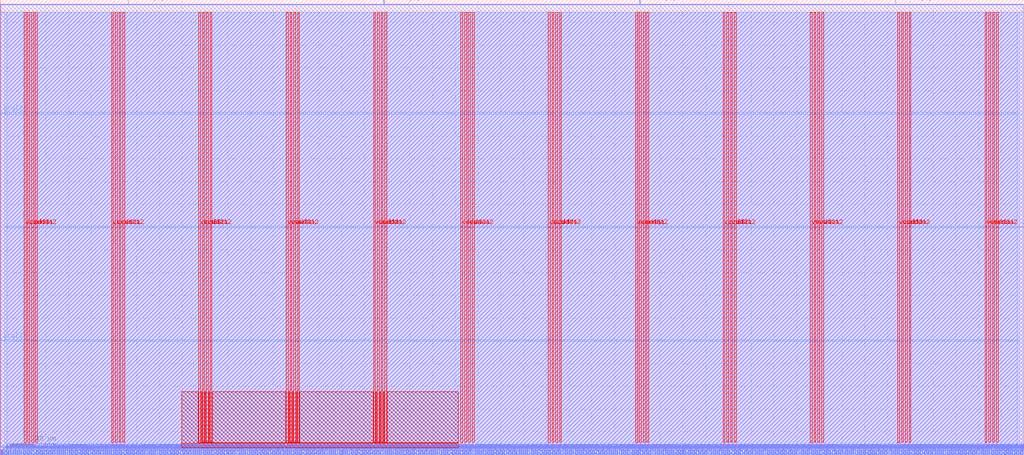
<source format=lef>
VERSION 5.7 ;
  NOWIREEXTENSIONATPIN ON ;
  DIVIDERCHAR "/" ;
  BUSBITCHARS "[]" ;
MACRO user_proj_example
  CLASS BLOCK ;
  FOREIGN user_proj_example ;
  ORIGIN 0.000 0.000 ;
  SIZE 900.000 BY 400.000 ;
  PIN io_oeb[0]
    DIRECTION OUTPUT TRISTATE ;
    USE SIGNAL ;
    PORT
      LAYER met2 ;
        RECT 112.330 396.000 112.610 400.000 ;
    END
  END io_oeb[0]
  PIN io_oeb[1]
    DIRECTION OUTPUT TRISTATE ;
    USE SIGNAL ;
    PORT
      LAYER met2 ;
        RECT 562.210 396.000 562.490 400.000 ;
    END
  END io_oeb[1]
  PIN io_out[0]
    DIRECTION OUTPUT TRISTATE ;
    USE SIGNAL ;
    PORT
      LAYER met2 ;
        RECT 337.270 396.000 337.550 400.000 ;
    END
  END io_out[0]
  PIN io_out[1]
    DIRECTION OUTPUT TRISTATE ;
    USE SIGNAL ;
    PORT
      LAYER met2 ;
        RECT 787.150 396.000 787.430 400.000 ;
    END
  END io_out[1]
  PIN irq[0]
    DIRECTION OUTPUT TRISTATE ;
    USE SIGNAL ;
    PORT
      LAYER met3 ;
        RECT 896.000 199.960 900.000 200.560 ;
    END
  END irq[0]
  PIN irq[1]
    DIRECTION OUTPUT TRISTATE ;
    USE SIGNAL ;
    PORT
      LAYER met3 ;
        RECT 0.000 100.000 4.000 100.600 ;
    END
  END irq[1]
  PIN irq[2]
    DIRECTION OUTPUT TRISTATE ;
    USE SIGNAL ;
    PORT
      LAYER met3 ;
        RECT 0.000 299.920 4.000 300.520 ;
    END
  END irq[2]
  PIN la_data_in[0]
    DIRECTION INPUT ;
    USE SIGNAL ;
    PORT
      LAYER met2 ;
        RECT 195.130 0.000 195.410 4.000 ;
    END
  END la_data_in[0]
  PIN la_data_in[100]
    DIRECTION INPUT ;
    USE SIGNAL ;
    PORT
      LAYER met2 ;
        RECT 746.210 0.000 746.490 4.000 ;
    END
  END la_data_in[100]
  PIN la_data_in[101]
    DIRECTION INPUT ;
    USE SIGNAL ;
    PORT
      LAYER met2 ;
        RECT 751.730 0.000 752.010 4.000 ;
    END
  END la_data_in[101]
  PIN la_data_in[102]
    DIRECTION INPUT ;
    USE SIGNAL ;
    PORT
      LAYER met2 ;
        RECT 757.250 0.000 757.530 4.000 ;
    END
  END la_data_in[102]
  PIN la_data_in[103]
    DIRECTION INPUT ;
    USE SIGNAL ;
    PORT
      LAYER met2 ;
        RECT 762.770 0.000 763.050 4.000 ;
    END
  END la_data_in[103]
  PIN la_data_in[104]
    DIRECTION INPUT ;
    USE SIGNAL ;
    PORT
      LAYER met2 ;
        RECT 768.290 0.000 768.570 4.000 ;
    END
  END la_data_in[104]
  PIN la_data_in[105]
    DIRECTION INPUT ;
    USE SIGNAL ;
    PORT
      LAYER met2 ;
        RECT 773.810 0.000 774.090 4.000 ;
    END
  END la_data_in[105]
  PIN la_data_in[106]
    DIRECTION INPUT ;
    USE SIGNAL ;
    PORT
      LAYER met2 ;
        RECT 779.330 0.000 779.610 4.000 ;
    END
  END la_data_in[106]
  PIN la_data_in[107]
    DIRECTION INPUT ;
    USE SIGNAL ;
    PORT
      LAYER met2 ;
        RECT 784.850 0.000 785.130 4.000 ;
    END
  END la_data_in[107]
  PIN la_data_in[108]
    DIRECTION INPUT ;
    USE SIGNAL ;
    PORT
      LAYER met2 ;
        RECT 790.370 0.000 790.650 4.000 ;
    END
  END la_data_in[108]
  PIN la_data_in[109]
    DIRECTION INPUT ;
    USE SIGNAL ;
    PORT
      LAYER met2 ;
        RECT 795.890 0.000 796.170 4.000 ;
    END
  END la_data_in[109]
  PIN la_data_in[10]
    DIRECTION INPUT ;
    USE SIGNAL ;
    PORT
      LAYER met2 ;
        RECT 250.330 0.000 250.610 4.000 ;
    END
  END la_data_in[10]
  PIN la_data_in[110]
    DIRECTION INPUT ;
    USE SIGNAL ;
    PORT
      LAYER met2 ;
        RECT 801.410 0.000 801.690 4.000 ;
    END
  END la_data_in[110]
  PIN la_data_in[111]
    DIRECTION INPUT ;
    USE SIGNAL ;
    PORT
      LAYER met2 ;
        RECT 806.930 0.000 807.210 4.000 ;
    END
  END la_data_in[111]
  PIN la_data_in[112]
    DIRECTION INPUT ;
    USE SIGNAL ;
    PORT
      LAYER met2 ;
        RECT 812.450 0.000 812.730 4.000 ;
    END
  END la_data_in[112]
  PIN la_data_in[113]
    DIRECTION INPUT ;
    USE SIGNAL ;
    PORT
      LAYER met2 ;
        RECT 817.970 0.000 818.250 4.000 ;
    END
  END la_data_in[113]
  PIN la_data_in[114]
    DIRECTION INPUT ;
    USE SIGNAL ;
    PORT
      LAYER met2 ;
        RECT 823.490 0.000 823.770 4.000 ;
    END
  END la_data_in[114]
  PIN la_data_in[115]
    DIRECTION INPUT ;
    USE SIGNAL ;
    PORT
      LAYER met2 ;
        RECT 829.010 0.000 829.290 4.000 ;
    END
  END la_data_in[115]
  PIN la_data_in[116]
    DIRECTION INPUT ;
    USE SIGNAL ;
    PORT
      LAYER met2 ;
        RECT 834.530 0.000 834.810 4.000 ;
    END
  END la_data_in[116]
  PIN la_data_in[117]
    DIRECTION INPUT ;
    USE SIGNAL ;
    PORT
      LAYER met2 ;
        RECT 840.050 0.000 840.330 4.000 ;
    END
  END la_data_in[117]
  PIN la_data_in[118]
    DIRECTION INPUT ;
    USE SIGNAL ;
    PORT
      LAYER met2 ;
        RECT 845.570 0.000 845.850 4.000 ;
    END
  END la_data_in[118]
  PIN la_data_in[119]
    DIRECTION INPUT ;
    USE SIGNAL ;
    PORT
      LAYER met2 ;
        RECT 851.090 0.000 851.370 4.000 ;
    END
  END la_data_in[119]
  PIN la_data_in[11]
    DIRECTION INPUT ;
    USE SIGNAL ;
    PORT
      LAYER met2 ;
        RECT 255.850 0.000 256.130 4.000 ;
    END
  END la_data_in[11]
  PIN la_data_in[120]
    DIRECTION INPUT ;
    USE SIGNAL ;
    PORT
      LAYER met2 ;
        RECT 856.610 0.000 856.890 4.000 ;
    END
  END la_data_in[120]
  PIN la_data_in[121]
    DIRECTION INPUT ;
    USE SIGNAL ;
    PORT
      LAYER met2 ;
        RECT 862.130 0.000 862.410 4.000 ;
    END
  END la_data_in[121]
  PIN la_data_in[122]
    DIRECTION INPUT ;
    USE SIGNAL ;
    PORT
      LAYER met2 ;
        RECT 867.650 0.000 867.930 4.000 ;
    END
  END la_data_in[122]
  PIN la_data_in[123]
    DIRECTION INPUT ;
    USE SIGNAL ;
    PORT
      LAYER met2 ;
        RECT 873.170 0.000 873.450 4.000 ;
    END
  END la_data_in[123]
  PIN la_data_in[124]
    DIRECTION INPUT ;
    USE SIGNAL ;
    PORT
      LAYER met2 ;
        RECT 878.690 0.000 878.970 4.000 ;
    END
  END la_data_in[124]
  PIN la_data_in[125]
    DIRECTION INPUT ;
    USE SIGNAL ;
    PORT
      LAYER met2 ;
        RECT 884.210 0.000 884.490 4.000 ;
    END
  END la_data_in[125]
  PIN la_data_in[126]
    DIRECTION INPUT ;
    USE SIGNAL ;
    PORT
      LAYER met2 ;
        RECT 889.730 0.000 890.010 4.000 ;
    END
  END la_data_in[126]
  PIN la_data_in[127]
    DIRECTION INPUT ;
    USE SIGNAL ;
    PORT
      LAYER met2 ;
        RECT 895.250 0.000 895.530 4.000 ;
    END
  END la_data_in[127]
  PIN la_data_in[12]
    DIRECTION INPUT ;
    USE SIGNAL ;
    PORT
      LAYER met2 ;
        RECT 261.370 0.000 261.650 4.000 ;
    END
  END la_data_in[12]
  PIN la_data_in[13]
    DIRECTION INPUT ;
    USE SIGNAL ;
    PORT
      LAYER met2 ;
        RECT 266.890 0.000 267.170 4.000 ;
    END
  END la_data_in[13]
  PIN la_data_in[14]
    DIRECTION INPUT ;
    USE SIGNAL ;
    PORT
      LAYER met2 ;
        RECT 272.410 0.000 272.690 4.000 ;
    END
  END la_data_in[14]
  PIN la_data_in[15]
    DIRECTION INPUT ;
    USE SIGNAL ;
    PORT
      LAYER met2 ;
        RECT 277.930 0.000 278.210 4.000 ;
    END
  END la_data_in[15]
  PIN la_data_in[16]
    DIRECTION INPUT ;
    USE SIGNAL ;
    PORT
      LAYER met2 ;
        RECT 283.450 0.000 283.730 4.000 ;
    END
  END la_data_in[16]
  PIN la_data_in[17]
    DIRECTION INPUT ;
    USE SIGNAL ;
    PORT
      LAYER met2 ;
        RECT 288.970 0.000 289.250 4.000 ;
    END
  END la_data_in[17]
  PIN la_data_in[18]
    DIRECTION INPUT ;
    USE SIGNAL ;
    PORT
      LAYER met2 ;
        RECT 294.490 0.000 294.770 4.000 ;
    END
  END la_data_in[18]
  PIN la_data_in[19]
    DIRECTION INPUT ;
    USE SIGNAL ;
    PORT
      LAYER met2 ;
        RECT 300.010 0.000 300.290 4.000 ;
    END
  END la_data_in[19]
  PIN la_data_in[1]
    DIRECTION INPUT ;
    USE SIGNAL ;
    PORT
      LAYER met2 ;
        RECT 200.650 0.000 200.930 4.000 ;
    END
  END la_data_in[1]
  PIN la_data_in[20]
    DIRECTION INPUT ;
    USE SIGNAL ;
    PORT
      LAYER met2 ;
        RECT 305.070 0.000 305.350 4.000 ;
    END
  END la_data_in[20]
  PIN la_data_in[21]
    DIRECTION INPUT ;
    USE SIGNAL ;
    PORT
      LAYER met2 ;
        RECT 310.590 0.000 310.870 4.000 ;
    END
  END la_data_in[21]
  PIN la_data_in[22]
    DIRECTION INPUT ;
    USE SIGNAL ;
    PORT
      LAYER met2 ;
        RECT 316.110 0.000 316.390 4.000 ;
    END
  END la_data_in[22]
  PIN la_data_in[23]
    DIRECTION INPUT ;
    USE SIGNAL ;
    PORT
      LAYER met2 ;
        RECT 321.630 0.000 321.910 4.000 ;
    END
  END la_data_in[23]
  PIN la_data_in[24]
    DIRECTION INPUT ;
    USE SIGNAL ;
    PORT
      LAYER met2 ;
        RECT 327.150 0.000 327.430 4.000 ;
    END
  END la_data_in[24]
  PIN la_data_in[25]
    DIRECTION INPUT ;
    USE SIGNAL ;
    PORT
      LAYER met2 ;
        RECT 332.670 0.000 332.950 4.000 ;
    END
  END la_data_in[25]
  PIN la_data_in[26]
    DIRECTION INPUT ;
    USE SIGNAL ;
    PORT
      LAYER met2 ;
        RECT 338.190 0.000 338.470 4.000 ;
    END
  END la_data_in[26]
  PIN la_data_in[27]
    DIRECTION INPUT ;
    USE SIGNAL ;
    PORT
      LAYER met2 ;
        RECT 343.710 0.000 343.990 4.000 ;
    END
  END la_data_in[27]
  PIN la_data_in[28]
    DIRECTION INPUT ;
    USE SIGNAL ;
    PORT
      LAYER met2 ;
        RECT 349.230 0.000 349.510 4.000 ;
    END
  END la_data_in[28]
  PIN la_data_in[29]
    DIRECTION INPUT ;
    USE SIGNAL ;
    PORT
      LAYER met2 ;
        RECT 354.750 0.000 355.030 4.000 ;
    END
  END la_data_in[29]
  PIN la_data_in[2]
    DIRECTION INPUT ;
    USE SIGNAL ;
    PORT
      LAYER met2 ;
        RECT 206.170 0.000 206.450 4.000 ;
    END
  END la_data_in[2]
  PIN la_data_in[30]
    DIRECTION INPUT ;
    USE SIGNAL ;
    PORT
      LAYER met2 ;
        RECT 360.270 0.000 360.550 4.000 ;
    END
  END la_data_in[30]
  PIN la_data_in[31]
    DIRECTION INPUT ;
    USE SIGNAL ;
    PORT
      LAYER met2 ;
        RECT 365.790 0.000 366.070 4.000 ;
    END
  END la_data_in[31]
  PIN la_data_in[32]
    DIRECTION INPUT ;
    USE SIGNAL ;
    PORT
      LAYER met2 ;
        RECT 371.310 0.000 371.590 4.000 ;
    END
  END la_data_in[32]
  PIN la_data_in[33]
    DIRECTION INPUT ;
    USE SIGNAL ;
    PORT
      LAYER met2 ;
        RECT 376.830 0.000 377.110 4.000 ;
    END
  END la_data_in[33]
  PIN la_data_in[34]
    DIRECTION INPUT ;
    USE SIGNAL ;
    PORT
      LAYER met2 ;
        RECT 382.350 0.000 382.630 4.000 ;
    END
  END la_data_in[34]
  PIN la_data_in[35]
    DIRECTION INPUT ;
    USE SIGNAL ;
    PORT
      LAYER met2 ;
        RECT 387.870 0.000 388.150 4.000 ;
    END
  END la_data_in[35]
  PIN la_data_in[36]
    DIRECTION INPUT ;
    USE SIGNAL ;
    PORT
      LAYER met2 ;
        RECT 393.390 0.000 393.670 4.000 ;
    END
  END la_data_in[36]
  PIN la_data_in[37]
    DIRECTION INPUT ;
    USE SIGNAL ;
    PORT
      LAYER met2 ;
        RECT 398.910 0.000 399.190 4.000 ;
    END
  END la_data_in[37]
  PIN la_data_in[38]
    DIRECTION INPUT ;
    USE SIGNAL ;
    PORT
      LAYER met2 ;
        RECT 404.430 0.000 404.710 4.000 ;
    END
  END la_data_in[38]
  PIN la_data_in[39]
    DIRECTION INPUT ;
    USE SIGNAL ;
    PORT
      LAYER met2 ;
        RECT 409.950 0.000 410.230 4.000 ;
    END
  END la_data_in[39]
  PIN la_data_in[3]
    DIRECTION INPUT ;
    USE SIGNAL ;
    PORT
      LAYER met2 ;
        RECT 211.690 0.000 211.970 4.000 ;
    END
  END la_data_in[3]
  PIN la_data_in[40]
    DIRECTION INPUT ;
    USE SIGNAL ;
    PORT
      LAYER met2 ;
        RECT 415.470 0.000 415.750 4.000 ;
    END
  END la_data_in[40]
  PIN la_data_in[41]
    DIRECTION INPUT ;
    USE SIGNAL ;
    PORT
      LAYER met2 ;
        RECT 420.990 0.000 421.270 4.000 ;
    END
  END la_data_in[41]
  PIN la_data_in[42]
    DIRECTION INPUT ;
    USE SIGNAL ;
    PORT
      LAYER met2 ;
        RECT 426.510 0.000 426.790 4.000 ;
    END
  END la_data_in[42]
  PIN la_data_in[43]
    DIRECTION INPUT ;
    USE SIGNAL ;
    PORT
      LAYER met2 ;
        RECT 432.030 0.000 432.310 4.000 ;
    END
  END la_data_in[43]
  PIN la_data_in[44]
    DIRECTION INPUT ;
    USE SIGNAL ;
    PORT
      LAYER met2 ;
        RECT 437.550 0.000 437.830 4.000 ;
    END
  END la_data_in[44]
  PIN la_data_in[45]
    DIRECTION INPUT ;
    USE SIGNAL ;
    PORT
      LAYER met2 ;
        RECT 443.070 0.000 443.350 4.000 ;
    END
  END la_data_in[45]
  PIN la_data_in[46]
    DIRECTION INPUT ;
    USE SIGNAL ;
    PORT
      LAYER met2 ;
        RECT 448.590 0.000 448.870 4.000 ;
    END
  END la_data_in[46]
  PIN la_data_in[47]
    DIRECTION INPUT ;
    USE SIGNAL ;
    PORT
      LAYER met2 ;
        RECT 454.110 0.000 454.390 4.000 ;
    END
  END la_data_in[47]
  PIN la_data_in[48]
    DIRECTION INPUT ;
    USE SIGNAL ;
    PORT
      LAYER met2 ;
        RECT 459.630 0.000 459.910 4.000 ;
    END
  END la_data_in[48]
  PIN la_data_in[49]
    DIRECTION INPUT ;
    USE SIGNAL ;
    PORT
      LAYER met2 ;
        RECT 465.150 0.000 465.430 4.000 ;
    END
  END la_data_in[49]
  PIN la_data_in[4]
    DIRECTION INPUT ;
    USE SIGNAL ;
    PORT
      LAYER met2 ;
        RECT 217.210 0.000 217.490 4.000 ;
    END
  END la_data_in[4]
  PIN la_data_in[50]
    DIRECTION INPUT ;
    USE SIGNAL ;
    PORT
      LAYER met2 ;
        RECT 470.670 0.000 470.950 4.000 ;
    END
  END la_data_in[50]
  PIN la_data_in[51]
    DIRECTION INPUT ;
    USE SIGNAL ;
    PORT
      LAYER met2 ;
        RECT 476.190 0.000 476.470 4.000 ;
    END
  END la_data_in[51]
  PIN la_data_in[52]
    DIRECTION INPUT ;
    USE SIGNAL ;
    PORT
      LAYER met2 ;
        RECT 481.710 0.000 481.990 4.000 ;
    END
  END la_data_in[52]
  PIN la_data_in[53]
    DIRECTION INPUT ;
    USE SIGNAL ;
    PORT
      LAYER met2 ;
        RECT 487.230 0.000 487.510 4.000 ;
    END
  END la_data_in[53]
  PIN la_data_in[54]
    DIRECTION INPUT ;
    USE SIGNAL ;
    PORT
      LAYER met2 ;
        RECT 492.750 0.000 493.030 4.000 ;
    END
  END la_data_in[54]
  PIN la_data_in[55]
    DIRECTION INPUT ;
    USE SIGNAL ;
    PORT
      LAYER met2 ;
        RECT 498.270 0.000 498.550 4.000 ;
    END
  END la_data_in[55]
  PIN la_data_in[56]
    DIRECTION INPUT ;
    USE SIGNAL ;
    PORT
      LAYER met2 ;
        RECT 503.790 0.000 504.070 4.000 ;
    END
  END la_data_in[56]
  PIN la_data_in[57]
    DIRECTION INPUT ;
    USE SIGNAL ;
    PORT
      LAYER met2 ;
        RECT 509.310 0.000 509.590 4.000 ;
    END
  END la_data_in[57]
  PIN la_data_in[58]
    DIRECTION INPUT ;
    USE SIGNAL ;
    PORT
      LAYER met2 ;
        RECT 514.830 0.000 515.110 4.000 ;
    END
  END la_data_in[58]
  PIN la_data_in[59]
    DIRECTION INPUT ;
    USE SIGNAL ;
    PORT
      LAYER met2 ;
        RECT 520.350 0.000 520.630 4.000 ;
    END
  END la_data_in[59]
  PIN la_data_in[5]
    DIRECTION INPUT ;
    USE SIGNAL ;
    PORT
      LAYER met2 ;
        RECT 222.730 0.000 223.010 4.000 ;
    END
  END la_data_in[5]
  PIN la_data_in[60]
    DIRECTION INPUT ;
    USE SIGNAL ;
    PORT
      LAYER met2 ;
        RECT 525.870 0.000 526.150 4.000 ;
    END
  END la_data_in[60]
  PIN la_data_in[61]
    DIRECTION INPUT ;
    USE SIGNAL ;
    PORT
      LAYER met2 ;
        RECT 531.390 0.000 531.670 4.000 ;
    END
  END la_data_in[61]
  PIN la_data_in[62]
    DIRECTION INPUT ;
    USE SIGNAL ;
    PORT
      LAYER met2 ;
        RECT 536.910 0.000 537.190 4.000 ;
    END
  END la_data_in[62]
  PIN la_data_in[63]
    DIRECTION INPUT ;
    USE SIGNAL ;
    PORT
      LAYER met2 ;
        RECT 542.430 0.000 542.710 4.000 ;
    END
  END la_data_in[63]
  PIN la_data_in[64]
    DIRECTION INPUT ;
    USE SIGNAL ;
    PORT
      LAYER met2 ;
        RECT 547.950 0.000 548.230 4.000 ;
    END
  END la_data_in[64]
  PIN la_data_in[65]
    DIRECTION INPUT ;
    USE SIGNAL ;
    PORT
      LAYER met2 ;
        RECT 553.470 0.000 553.750 4.000 ;
    END
  END la_data_in[65]
  PIN la_data_in[66]
    DIRECTION INPUT ;
    USE SIGNAL ;
    PORT
      LAYER met2 ;
        RECT 558.990 0.000 559.270 4.000 ;
    END
  END la_data_in[66]
  PIN la_data_in[67]
    DIRECTION INPUT ;
    USE SIGNAL ;
    PORT
      LAYER met2 ;
        RECT 564.510 0.000 564.790 4.000 ;
    END
  END la_data_in[67]
  PIN la_data_in[68]
    DIRECTION INPUT ;
    USE SIGNAL ;
    PORT
      LAYER met2 ;
        RECT 570.030 0.000 570.310 4.000 ;
    END
  END la_data_in[68]
  PIN la_data_in[69]
    DIRECTION INPUT ;
    USE SIGNAL ;
    PORT
      LAYER met2 ;
        RECT 575.550 0.000 575.830 4.000 ;
    END
  END la_data_in[69]
  PIN la_data_in[6]
    DIRECTION INPUT ;
    USE SIGNAL ;
    PORT
      LAYER met2 ;
        RECT 228.250 0.000 228.530 4.000 ;
    END
  END la_data_in[6]
  PIN la_data_in[70]
    DIRECTION INPUT ;
    USE SIGNAL ;
    PORT
      LAYER met2 ;
        RECT 581.070 0.000 581.350 4.000 ;
    END
  END la_data_in[70]
  PIN la_data_in[71]
    DIRECTION INPUT ;
    USE SIGNAL ;
    PORT
      LAYER met2 ;
        RECT 586.590 0.000 586.870 4.000 ;
    END
  END la_data_in[71]
  PIN la_data_in[72]
    DIRECTION INPUT ;
    USE SIGNAL ;
    PORT
      LAYER met2 ;
        RECT 592.110 0.000 592.390 4.000 ;
    END
  END la_data_in[72]
  PIN la_data_in[73]
    DIRECTION INPUT ;
    USE SIGNAL ;
    PORT
      LAYER met2 ;
        RECT 597.630 0.000 597.910 4.000 ;
    END
  END la_data_in[73]
  PIN la_data_in[74]
    DIRECTION INPUT ;
    USE SIGNAL ;
    PORT
      LAYER met2 ;
        RECT 602.690 0.000 602.970 4.000 ;
    END
  END la_data_in[74]
  PIN la_data_in[75]
    DIRECTION INPUT ;
    USE SIGNAL ;
    PORT
      LAYER met2 ;
        RECT 608.210 0.000 608.490 4.000 ;
    END
  END la_data_in[75]
  PIN la_data_in[76]
    DIRECTION INPUT ;
    USE SIGNAL ;
    PORT
      LAYER met2 ;
        RECT 613.730 0.000 614.010 4.000 ;
    END
  END la_data_in[76]
  PIN la_data_in[77]
    DIRECTION INPUT ;
    USE SIGNAL ;
    PORT
      LAYER met2 ;
        RECT 619.250 0.000 619.530 4.000 ;
    END
  END la_data_in[77]
  PIN la_data_in[78]
    DIRECTION INPUT ;
    USE SIGNAL ;
    PORT
      LAYER met2 ;
        RECT 624.770 0.000 625.050 4.000 ;
    END
  END la_data_in[78]
  PIN la_data_in[79]
    DIRECTION INPUT ;
    USE SIGNAL ;
    PORT
      LAYER met2 ;
        RECT 630.290 0.000 630.570 4.000 ;
    END
  END la_data_in[79]
  PIN la_data_in[7]
    DIRECTION INPUT ;
    USE SIGNAL ;
    PORT
      LAYER met2 ;
        RECT 233.770 0.000 234.050 4.000 ;
    END
  END la_data_in[7]
  PIN la_data_in[80]
    DIRECTION INPUT ;
    USE SIGNAL ;
    PORT
      LAYER met2 ;
        RECT 635.810 0.000 636.090 4.000 ;
    END
  END la_data_in[80]
  PIN la_data_in[81]
    DIRECTION INPUT ;
    USE SIGNAL ;
    PORT
      LAYER met2 ;
        RECT 641.330 0.000 641.610 4.000 ;
    END
  END la_data_in[81]
  PIN la_data_in[82]
    DIRECTION INPUT ;
    USE SIGNAL ;
    PORT
      LAYER met2 ;
        RECT 646.850 0.000 647.130 4.000 ;
    END
  END la_data_in[82]
  PIN la_data_in[83]
    DIRECTION INPUT ;
    USE SIGNAL ;
    PORT
      LAYER met2 ;
        RECT 652.370 0.000 652.650 4.000 ;
    END
  END la_data_in[83]
  PIN la_data_in[84]
    DIRECTION INPUT ;
    USE SIGNAL ;
    PORT
      LAYER met2 ;
        RECT 657.890 0.000 658.170 4.000 ;
    END
  END la_data_in[84]
  PIN la_data_in[85]
    DIRECTION INPUT ;
    USE SIGNAL ;
    PORT
      LAYER met2 ;
        RECT 663.410 0.000 663.690 4.000 ;
    END
  END la_data_in[85]
  PIN la_data_in[86]
    DIRECTION INPUT ;
    USE SIGNAL ;
    PORT
      LAYER met2 ;
        RECT 668.930 0.000 669.210 4.000 ;
    END
  END la_data_in[86]
  PIN la_data_in[87]
    DIRECTION INPUT ;
    USE SIGNAL ;
    PORT
      LAYER met2 ;
        RECT 674.450 0.000 674.730 4.000 ;
    END
  END la_data_in[87]
  PIN la_data_in[88]
    DIRECTION INPUT ;
    USE SIGNAL ;
    PORT
      LAYER met2 ;
        RECT 679.970 0.000 680.250 4.000 ;
    END
  END la_data_in[88]
  PIN la_data_in[89]
    DIRECTION INPUT ;
    USE SIGNAL ;
    PORT
      LAYER met2 ;
        RECT 685.490 0.000 685.770 4.000 ;
    END
  END la_data_in[89]
  PIN la_data_in[8]
    DIRECTION INPUT ;
    USE SIGNAL ;
    PORT
      LAYER met2 ;
        RECT 239.290 0.000 239.570 4.000 ;
    END
  END la_data_in[8]
  PIN la_data_in[90]
    DIRECTION INPUT ;
    USE SIGNAL ;
    PORT
      LAYER met2 ;
        RECT 691.010 0.000 691.290 4.000 ;
    END
  END la_data_in[90]
  PIN la_data_in[91]
    DIRECTION INPUT ;
    USE SIGNAL ;
    PORT
      LAYER met2 ;
        RECT 696.530 0.000 696.810 4.000 ;
    END
  END la_data_in[91]
  PIN la_data_in[92]
    DIRECTION INPUT ;
    USE SIGNAL ;
    PORT
      LAYER met2 ;
        RECT 702.050 0.000 702.330 4.000 ;
    END
  END la_data_in[92]
  PIN la_data_in[93]
    DIRECTION INPUT ;
    USE SIGNAL ;
    PORT
      LAYER met2 ;
        RECT 707.570 0.000 707.850 4.000 ;
    END
  END la_data_in[93]
  PIN la_data_in[94]
    DIRECTION INPUT ;
    USE SIGNAL ;
    PORT
      LAYER met2 ;
        RECT 713.090 0.000 713.370 4.000 ;
    END
  END la_data_in[94]
  PIN la_data_in[95]
    DIRECTION INPUT ;
    USE SIGNAL ;
    PORT
      LAYER met2 ;
        RECT 718.610 0.000 718.890 4.000 ;
    END
  END la_data_in[95]
  PIN la_data_in[96]
    DIRECTION INPUT ;
    USE SIGNAL ;
    PORT
      LAYER met2 ;
        RECT 724.130 0.000 724.410 4.000 ;
    END
  END la_data_in[96]
  PIN la_data_in[97]
    DIRECTION INPUT ;
    USE SIGNAL ;
    PORT
      LAYER met2 ;
        RECT 729.650 0.000 729.930 4.000 ;
    END
  END la_data_in[97]
  PIN la_data_in[98]
    DIRECTION INPUT ;
    USE SIGNAL ;
    PORT
      LAYER met2 ;
        RECT 735.170 0.000 735.450 4.000 ;
    END
  END la_data_in[98]
  PIN la_data_in[99]
    DIRECTION INPUT ;
    USE SIGNAL ;
    PORT
      LAYER met2 ;
        RECT 740.690 0.000 740.970 4.000 ;
    END
  END la_data_in[99]
  PIN la_data_in[9]
    DIRECTION INPUT ;
    USE SIGNAL ;
    PORT
      LAYER met2 ;
        RECT 244.810 0.000 245.090 4.000 ;
    END
  END la_data_in[9]
  PIN la_data_out[0]
    DIRECTION OUTPUT TRISTATE ;
    USE SIGNAL ;
    PORT
      LAYER met2 ;
        RECT 196.970 0.000 197.250 4.000 ;
    END
  END la_data_out[0]
  PIN la_data_out[100]
    DIRECTION OUTPUT TRISTATE ;
    USE SIGNAL ;
    PORT
      LAYER met2 ;
        RECT 748.050 0.000 748.330 4.000 ;
    END
  END la_data_out[100]
  PIN la_data_out[101]
    DIRECTION OUTPUT TRISTATE ;
    USE SIGNAL ;
    PORT
      LAYER met2 ;
        RECT 753.570 0.000 753.850 4.000 ;
    END
  END la_data_out[101]
  PIN la_data_out[102]
    DIRECTION OUTPUT TRISTATE ;
    USE SIGNAL ;
    PORT
      LAYER met2 ;
        RECT 759.090 0.000 759.370 4.000 ;
    END
  END la_data_out[102]
  PIN la_data_out[103]
    DIRECTION OUTPUT TRISTATE ;
    USE SIGNAL ;
    PORT
      LAYER met2 ;
        RECT 764.610 0.000 764.890 4.000 ;
    END
  END la_data_out[103]
  PIN la_data_out[104]
    DIRECTION OUTPUT TRISTATE ;
    USE SIGNAL ;
    PORT
      LAYER met2 ;
        RECT 770.130 0.000 770.410 4.000 ;
    END
  END la_data_out[104]
  PIN la_data_out[105]
    DIRECTION OUTPUT TRISTATE ;
    USE SIGNAL ;
    PORT
      LAYER met2 ;
        RECT 775.650 0.000 775.930 4.000 ;
    END
  END la_data_out[105]
  PIN la_data_out[106]
    DIRECTION OUTPUT TRISTATE ;
    USE SIGNAL ;
    PORT
      LAYER met2 ;
        RECT 781.170 0.000 781.450 4.000 ;
    END
  END la_data_out[106]
  PIN la_data_out[107]
    DIRECTION OUTPUT TRISTATE ;
    USE SIGNAL ;
    PORT
      LAYER met2 ;
        RECT 786.690 0.000 786.970 4.000 ;
    END
  END la_data_out[107]
  PIN la_data_out[108]
    DIRECTION OUTPUT TRISTATE ;
    USE SIGNAL ;
    PORT
      LAYER met2 ;
        RECT 792.210 0.000 792.490 4.000 ;
    END
  END la_data_out[108]
  PIN la_data_out[109]
    DIRECTION OUTPUT TRISTATE ;
    USE SIGNAL ;
    PORT
      LAYER met2 ;
        RECT 797.730 0.000 798.010 4.000 ;
    END
  END la_data_out[109]
  PIN la_data_out[10]
    DIRECTION OUTPUT TRISTATE ;
    USE SIGNAL ;
    PORT
      LAYER met2 ;
        RECT 252.170 0.000 252.450 4.000 ;
    END
  END la_data_out[10]
  PIN la_data_out[110]
    DIRECTION OUTPUT TRISTATE ;
    USE SIGNAL ;
    PORT
      LAYER met2 ;
        RECT 803.250 0.000 803.530 4.000 ;
    END
  END la_data_out[110]
  PIN la_data_out[111]
    DIRECTION OUTPUT TRISTATE ;
    USE SIGNAL ;
    PORT
      LAYER met2 ;
        RECT 808.770 0.000 809.050 4.000 ;
    END
  END la_data_out[111]
  PIN la_data_out[112]
    DIRECTION OUTPUT TRISTATE ;
    USE SIGNAL ;
    PORT
      LAYER met2 ;
        RECT 814.290 0.000 814.570 4.000 ;
    END
  END la_data_out[112]
  PIN la_data_out[113]
    DIRECTION OUTPUT TRISTATE ;
    USE SIGNAL ;
    PORT
      LAYER met2 ;
        RECT 819.810 0.000 820.090 4.000 ;
    END
  END la_data_out[113]
  PIN la_data_out[114]
    DIRECTION OUTPUT TRISTATE ;
    USE SIGNAL ;
    PORT
      LAYER met2 ;
        RECT 825.330 0.000 825.610 4.000 ;
    END
  END la_data_out[114]
  PIN la_data_out[115]
    DIRECTION OUTPUT TRISTATE ;
    USE SIGNAL ;
    PORT
      LAYER met2 ;
        RECT 830.850 0.000 831.130 4.000 ;
    END
  END la_data_out[115]
  PIN la_data_out[116]
    DIRECTION OUTPUT TRISTATE ;
    USE SIGNAL ;
    PORT
      LAYER met2 ;
        RECT 836.370 0.000 836.650 4.000 ;
    END
  END la_data_out[116]
  PIN la_data_out[117]
    DIRECTION OUTPUT TRISTATE ;
    USE SIGNAL ;
    PORT
      LAYER met2 ;
        RECT 841.890 0.000 842.170 4.000 ;
    END
  END la_data_out[117]
  PIN la_data_out[118]
    DIRECTION OUTPUT TRISTATE ;
    USE SIGNAL ;
    PORT
      LAYER met2 ;
        RECT 847.410 0.000 847.690 4.000 ;
    END
  END la_data_out[118]
  PIN la_data_out[119]
    DIRECTION OUTPUT TRISTATE ;
    USE SIGNAL ;
    PORT
      LAYER met2 ;
        RECT 852.930 0.000 853.210 4.000 ;
    END
  END la_data_out[119]
  PIN la_data_out[11]
    DIRECTION OUTPUT TRISTATE ;
    USE SIGNAL ;
    PORT
      LAYER met2 ;
        RECT 257.690 0.000 257.970 4.000 ;
    END
  END la_data_out[11]
  PIN la_data_out[120]
    DIRECTION OUTPUT TRISTATE ;
    USE SIGNAL ;
    PORT
      LAYER met2 ;
        RECT 858.450 0.000 858.730 4.000 ;
    END
  END la_data_out[120]
  PIN la_data_out[121]
    DIRECTION OUTPUT TRISTATE ;
    USE SIGNAL ;
    PORT
      LAYER met2 ;
        RECT 863.970 0.000 864.250 4.000 ;
    END
  END la_data_out[121]
  PIN la_data_out[122]
    DIRECTION OUTPUT TRISTATE ;
    USE SIGNAL ;
    PORT
      LAYER met2 ;
        RECT 869.490 0.000 869.770 4.000 ;
    END
  END la_data_out[122]
  PIN la_data_out[123]
    DIRECTION OUTPUT TRISTATE ;
    USE SIGNAL ;
    PORT
      LAYER met2 ;
        RECT 875.010 0.000 875.290 4.000 ;
    END
  END la_data_out[123]
  PIN la_data_out[124]
    DIRECTION OUTPUT TRISTATE ;
    USE SIGNAL ;
    PORT
      LAYER met2 ;
        RECT 880.530 0.000 880.810 4.000 ;
    END
  END la_data_out[124]
  PIN la_data_out[125]
    DIRECTION OUTPUT TRISTATE ;
    USE SIGNAL ;
    PORT
      LAYER met2 ;
        RECT 886.050 0.000 886.330 4.000 ;
    END
  END la_data_out[125]
  PIN la_data_out[126]
    DIRECTION OUTPUT TRISTATE ;
    USE SIGNAL ;
    PORT
      LAYER met2 ;
        RECT 891.570 0.000 891.850 4.000 ;
    END
  END la_data_out[126]
  PIN la_data_out[127]
    DIRECTION OUTPUT TRISTATE ;
    USE SIGNAL ;
    PORT
      LAYER met2 ;
        RECT 897.090 0.000 897.370 4.000 ;
    END
  END la_data_out[127]
  PIN la_data_out[12]
    DIRECTION OUTPUT TRISTATE ;
    USE SIGNAL ;
    PORT
      LAYER met2 ;
        RECT 263.210 0.000 263.490 4.000 ;
    END
  END la_data_out[12]
  PIN la_data_out[13]
    DIRECTION OUTPUT TRISTATE ;
    USE SIGNAL ;
    PORT
      LAYER met2 ;
        RECT 268.730 0.000 269.010 4.000 ;
    END
  END la_data_out[13]
  PIN la_data_out[14]
    DIRECTION OUTPUT TRISTATE ;
    USE SIGNAL ;
    PORT
      LAYER met2 ;
        RECT 274.250 0.000 274.530 4.000 ;
    END
  END la_data_out[14]
  PIN la_data_out[15]
    DIRECTION OUTPUT TRISTATE ;
    USE SIGNAL ;
    PORT
      LAYER met2 ;
        RECT 279.770 0.000 280.050 4.000 ;
    END
  END la_data_out[15]
  PIN la_data_out[16]
    DIRECTION OUTPUT TRISTATE ;
    USE SIGNAL ;
    PORT
      LAYER met2 ;
        RECT 285.290 0.000 285.570 4.000 ;
    END
  END la_data_out[16]
  PIN la_data_out[17]
    DIRECTION OUTPUT TRISTATE ;
    USE SIGNAL ;
    PORT
      LAYER met2 ;
        RECT 290.810 0.000 291.090 4.000 ;
    END
  END la_data_out[17]
  PIN la_data_out[18]
    DIRECTION OUTPUT TRISTATE ;
    USE SIGNAL ;
    PORT
      LAYER met2 ;
        RECT 296.330 0.000 296.610 4.000 ;
    END
  END la_data_out[18]
  PIN la_data_out[19]
    DIRECTION OUTPUT TRISTATE ;
    USE SIGNAL ;
    PORT
      LAYER met2 ;
        RECT 301.390 0.000 301.670 4.000 ;
    END
  END la_data_out[19]
  PIN la_data_out[1]
    DIRECTION OUTPUT TRISTATE ;
    USE SIGNAL ;
    PORT
      LAYER met2 ;
        RECT 202.490 0.000 202.770 4.000 ;
    END
  END la_data_out[1]
  PIN la_data_out[20]
    DIRECTION OUTPUT TRISTATE ;
    USE SIGNAL ;
    PORT
      LAYER met2 ;
        RECT 306.910 0.000 307.190 4.000 ;
    END
  END la_data_out[20]
  PIN la_data_out[21]
    DIRECTION OUTPUT TRISTATE ;
    USE SIGNAL ;
    PORT
      LAYER met2 ;
        RECT 312.430 0.000 312.710 4.000 ;
    END
  END la_data_out[21]
  PIN la_data_out[22]
    DIRECTION OUTPUT TRISTATE ;
    USE SIGNAL ;
    PORT
      LAYER met2 ;
        RECT 317.950 0.000 318.230 4.000 ;
    END
  END la_data_out[22]
  PIN la_data_out[23]
    DIRECTION OUTPUT TRISTATE ;
    USE SIGNAL ;
    PORT
      LAYER met2 ;
        RECT 323.470 0.000 323.750 4.000 ;
    END
  END la_data_out[23]
  PIN la_data_out[24]
    DIRECTION OUTPUT TRISTATE ;
    USE SIGNAL ;
    PORT
      LAYER met2 ;
        RECT 328.990 0.000 329.270 4.000 ;
    END
  END la_data_out[24]
  PIN la_data_out[25]
    DIRECTION OUTPUT TRISTATE ;
    USE SIGNAL ;
    PORT
      LAYER met2 ;
        RECT 334.510 0.000 334.790 4.000 ;
    END
  END la_data_out[25]
  PIN la_data_out[26]
    DIRECTION OUTPUT TRISTATE ;
    USE SIGNAL ;
    PORT
      LAYER met2 ;
        RECT 340.030 0.000 340.310 4.000 ;
    END
  END la_data_out[26]
  PIN la_data_out[27]
    DIRECTION OUTPUT TRISTATE ;
    USE SIGNAL ;
    PORT
      LAYER met2 ;
        RECT 345.550 0.000 345.830 4.000 ;
    END
  END la_data_out[27]
  PIN la_data_out[28]
    DIRECTION OUTPUT TRISTATE ;
    USE SIGNAL ;
    PORT
      LAYER met2 ;
        RECT 351.070 0.000 351.350 4.000 ;
    END
  END la_data_out[28]
  PIN la_data_out[29]
    DIRECTION OUTPUT TRISTATE ;
    USE SIGNAL ;
    PORT
      LAYER met2 ;
        RECT 356.590 0.000 356.870 4.000 ;
    END
  END la_data_out[29]
  PIN la_data_out[2]
    DIRECTION OUTPUT TRISTATE ;
    USE SIGNAL ;
    PORT
      LAYER met2 ;
        RECT 208.010 0.000 208.290 4.000 ;
    END
  END la_data_out[2]
  PIN la_data_out[30]
    DIRECTION OUTPUT TRISTATE ;
    USE SIGNAL ;
    PORT
      LAYER met2 ;
        RECT 362.110 0.000 362.390 4.000 ;
    END
  END la_data_out[30]
  PIN la_data_out[31]
    DIRECTION OUTPUT TRISTATE ;
    USE SIGNAL ;
    PORT
      LAYER met2 ;
        RECT 367.630 0.000 367.910 4.000 ;
    END
  END la_data_out[31]
  PIN la_data_out[32]
    DIRECTION OUTPUT TRISTATE ;
    USE SIGNAL ;
    PORT
      LAYER met2 ;
        RECT 373.150 0.000 373.430 4.000 ;
    END
  END la_data_out[32]
  PIN la_data_out[33]
    DIRECTION OUTPUT TRISTATE ;
    USE SIGNAL ;
    PORT
      LAYER met2 ;
        RECT 378.670 0.000 378.950 4.000 ;
    END
  END la_data_out[33]
  PIN la_data_out[34]
    DIRECTION OUTPUT TRISTATE ;
    USE SIGNAL ;
    PORT
      LAYER met2 ;
        RECT 384.190 0.000 384.470 4.000 ;
    END
  END la_data_out[34]
  PIN la_data_out[35]
    DIRECTION OUTPUT TRISTATE ;
    USE SIGNAL ;
    PORT
      LAYER met2 ;
        RECT 389.710 0.000 389.990 4.000 ;
    END
  END la_data_out[35]
  PIN la_data_out[36]
    DIRECTION OUTPUT TRISTATE ;
    USE SIGNAL ;
    PORT
      LAYER met2 ;
        RECT 395.230 0.000 395.510 4.000 ;
    END
  END la_data_out[36]
  PIN la_data_out[37]
    DIRECTION OUTPUT TRISTATE ;
    USE SIGNAL ;
    PORT
      LAYER met2 ;
        RECT 400.750 0.000 401.030 4.000 ;
    END
  END la_data_out[37]
  PIN la_data_out[38]
    DIRECTION OUTPUT TRISTATE ;
    USE SIGNAL ;
    PORT
      LAYER met2 ;
        RECT 406.270 0.000 406.550 4.000 ;
    END
  END la_data_out[38]
  PIN la_data_out[39]
    DIRECTION OUTPUT TRISTATE ;
    USE SIGNAL ;
    PORT
      LAYER met2 ;
        RECT 411.790 0.000 412.070 4.000 ;
    END
  END la_data_out[39]
  PIN la_data_out[3]
    DIRECTION OUTPUT TRISTATE ;
    USE SIGNAL ;
    PORT
      LAYER met2 ;
        RECT 213.530 0.000 213.810 4.000 ;
    END
  END la_data_out[3]
  PIN la_data_out[40]
    DIRECTION OUTPUT TRISTATE ;
    USE SIGNAL ;
    PORT
      LAYER met2 ;
        RECT 417.310 0.000 417.590 4.000 ;
    END
  END la_data_out[40]
  PIN la_data_out[41]
    DIRECTION OUTPUT TRISTATE ;
    USE SIGNAL ;
    PORT
      LAYER met2 ;
        RECT 422.830 0.000 423.110 4.000 ;
    END
  END la_data_out[41]
  PIN la_data_out[42]
    DIRECTION OUTPUT TRISTATE ;
    USE SIGNAL ;
    PORT
      LAYER met2 ;
        RECT 428.350 0.000 428.630 4.000 ;
    END
  END la_data_out[42]
  PIN la_data_out[43]
    DIRECTION OUTPUT TRISTATE ;
    USE SIGNAL ;
    PORT
      LAYER met2 ;
        RECT 433.870 0.000 434.150 4.000 ;
    END
  END la_data_out[43]
  PIN la_data_out[44]
    DIRECTION OUTPUT TRISTATE ;
    USE SIGNAL ;
    PORT
      LAYER met2 ;
        RECT 439.390 0.000 439.670 4.000 ;
    END
  END la_data_out[44]
  PIN la_data_out[45]
    DIRECTION OUTPUT TRISTATE ;
    USE SIGNAL ;
    PORT
      LAYER met2 ;
        RECT 444.910 0.000 445.190 4.000 ;
    END
  END la_data_out[45]
  PIN la_data_out[46]
    DIRECTION OUTPUT TRISTATE ;
    USE SIGNAL ;
    PORT
      LAYER met2 ;
        RECT 450.430 0.000 450.710 4.000 ;
    END
  END la_data_out[46]
  PIN la_data_out[47]
    DIRECTION OUTPUT TRISTATE ;
    USE SIGNAL ;
    PORT
      LAYER met2 ;
        RECT 455.950 0.000 456.230 4.000 ;
    END
  END la_data_out[47]
  PIN la_data_out[48]
    DIRECTION OUTPUT TRISTATE ;
    USE SIGNAL ;
    PORT
      LAYER met2 ;
        RECT 461.470 0.000 461.750 4.000 ;
    END
  END la_data_out[48]
  PIN la_data_out[49]
    DIRECTION OUTPUT TRISTATE ;
    USE SIGNAL ;
    PORT
      LAYER met2 ;
        RECT 466.990 0.000 467.270 4.000 ;
    END
  END la_data_out[49]
  PIN la_data_out[4]
    DIRECTION OUTPUT TRISTATE ;
    USE SIGNAL ;
    PORT
      LAYER met2 ;
        RECT 219.050 0.000 219.330 4.000 ;
    END
  END la_data_out[4]
  PIN la_data_out[50]
    DIRECTION OUTPUT TRISTATE ;
    USE SIGNAL ;
    PORT
      LAYER met2 ;
        RECT 472.510 0.000 472.790 4.000 ;
    END
  END la_data_out[50]
  PIN la_data_out[51]
    DIRECTION OUTPUT TRISTATE ;
    USE SIGNAL ;
    PORT
      LAYER met2 ;
        RECT 478.030 0.000 478.310 4.000 ;
    END
  END la_data_out[51]
  PIN la_data_out[52]
    DIRECTION OUTPUT TRISTATE ;
    USE SIGNAL ;
    PORT
      LAYER met2 ;
        RECT 483.550 0.000 483.830 4.000 ;
    END
  END la_data_out[52]
  PIN la_data_out[53]
    DIRECTION OUTPUT TRISTATE ;
    USE SIGNAL ;
    PORT
      LAYER met2 ;
        RECT 489.070 0.000 489.350 4.000 ;
    END
  END la_data_out[53]
  PIN la_data_out[54]
    DIRECTION OUTPUT TRISTATE ;
    USE SIGNAL ;
    PORT
      LAYER met2 ;
        RECT 494.590 0.000 494.870 4.000 ;
    END
  END la_data_out[54]
  PIN la_data_out[55]
    DIRECTION OUTPUT TRISTATE ;
    USE SIGNAL ;
    PORT
      LAYER met2 ;
        RECT 500.110 0.000 500.390 4.000 ;
    END
  END la_data_out[55]
  PIN la_data_out[56]
    DIRECTION OUTPUT TRISTATE ;
    USE SIGNAL ;
    PORT
      LAYER met2 ;
        RECT 505.630 0.000 505.910 4.000 ;
    END
  END la_data_out[56]
  PIN la_data_out[57]
    DIRECTION OUTPUT TRISTATE ;
    USE SIGNAL ;
    PORT
      LAYER met2 ;
        RECT 511.150 0.000 511.430 4.000 ;
    END
  END la_data_out[57]
  PIN la_data_out[58]
    DIRECTION OUTPUT TRISTATE ;
    USE SIGNAL ;
    PORT
      LAYER met2 ;
        RECT 516.670 0.000 516.950 4.000 ;
    END
  END la_data_out[58]
  PIN la_data_out[59]
    DIRECTION OUTPUT TRISTATE ;
    USE SIGNAL ;
    PORT
      LAYER met2 ;
        RECT 522.190 0.000 522.470 4.000 ;
    END
  END la_data_out[59]
  PIN la_data_out[5]
    DIRECTION OUTPUT TRISTATE ;
    USE SIGNAL ;
    PORT
      LAYER met2 ;
        RECT 224.570 0.000 224.850 4.000 ;
    END
  END la_data_out[5]
  PIN la_data_out[60]
    DIRECTION OUTPUT TRISTATE ;
    USE SIGNAL ;
    PORT
      LAYER met2 ;
        RECT 527.710 0.000 527.990 4.000 ;
    END
  END la_data_out[60]
  PIN la_data_out[61]
    DIRECTION OUTPUT TRISTATE ;
    USE SIGNAL ;
    PORT
      LAYER met2 ;
        RECT 533.230 0.000 533.510 4.000 ;
    END
  END la_data_out[61]
  PIN la_data_out[62]
    DIRECTION OUTPUT TRISTATE ;
    USE SIGNAL ;
    PORT
      LAYER met2 ;
        RECT 538.750 0.000 539.030 4.000 ;
    END
  END la_data_out[62]
  PIN la_data_out[63]
    DIRECTION OUTPUT TRISTATE ;
    USE SIGNAL ;
    PORT
      LAYER met2 ;
        RECT 544.270 0.000 544.550 4.000 ;
    END
  END la_data_out[63]
  PIN la_data_out[64]
    DIRECTION OUTPUT TRISTATE ;
    USE SIGNAL ;
    PORT
      LAYER met2 ;
        RECT 549.790 0.000 550.070 4.000 ;
    END
  END la_data_out[64]
  PIN la_data_out[65]
    DIRECTION OUTPUT TRISTATE ;
    USE SIGNAL ;
    PORT
      LAYER met2 ;
        RECT 555.310 0.000 555.590 4.000 ;
    END
  END la_data_out[65]
  PIN la_data_out[66]
    DIRECTION OUTPUT TRISTATE ;
    USE SIGNAL ;
    PORT
      LAYER met2 ;
        RECT 560.830 0.000 561.110 4.000 ;
    END
  END la_data_out[66]
  PIN la_data_out[67]
    DIRECTION OUTPUT TRISTATE ;
    USE SIGNAL ;
    PORT
      LAYER met2 ;
        RECT 566.350 0.000 566.630 4.000 ;
    END
  END la_data_out[67]
  PIN la_data_out[68]
    DIRECTION OUTPUT TRISTATE ;
    USE SIGNAL ;
    PORT
      LAYER met2 ;
        RECT 571.870 0.000 572.150 4.000 ;
    END
  END la_data_out[68]
  PIN la_data_out[69]
    DIRECTION OUTPUT TRISTATE ;
    USE SIGNAL ;
    PORT
      LAYER met2 ;
        RECT 577.390 0.000 577.670 4.000 ;
    END
  END la_data_out[69]
  PIN la_data_out[6]
    DIRECTION OUTPUT TRISTATE ;
    USE SIGNAL ;
    PORT
      LAYER met2 ;
        RECT 230.090 0.000 230.370 4.000 ;
    END
  END la_data_out[6]
  PIN la_data_out[70]
    DIRECTION OUTPUT TRISTATE ;
    USE SIGNAL ;
    PORT
      LAYER met2 ;
        RECT 582.910 0.000 583.190 4.000 ;
    END
  END la_data_out[70]
  PIN la_data_out[71]
    DIRECTION OUTPUT TRISTATE ;
    USE SIGNAL ;
    PORT
      LAYER met2 ;
        RECT 588.430 0.000 588.710 4.000 ;
    END
  END la_data_out[71]
  PIN la_data_out[72]
    DIRECTION OUTPUT TRISTATE ;
    USE SIGNAL ;
    PORT
      LAYER met2 ;
        RECT 593.950 0.000 594.230 4.000 ;
    END
  END la_data_out[72]
  PIN la_data_out[73]
    DIRECTION OUTPUT TRISTATE ;
    USE SIGNAL ;
    PORT
      LAYER met2 ;
        RECT 599.470 0.000 599.750 4.000 ;
    END
  END la_data_out[73]
  PIN la_data_out[74]
    DIRECTION OUTPUT TRISTATE ;
    USE SIGNAL ;
    PORT
      LAYER met2 ;
        RECT 604.530 0.000 604.810 4.000 ;
    END
  END la_data_out[74]
  PIN la_data_out[75]
    DIRECTION OUTPUT TRISTATE ;
    USE SIGNAL ;
    PORT
      LAYER met2 ;
        RECT 610.050 0.000 610.330 4.000 ;
    END
  END la_data_out[75]
  PIN la_data_out[76]
    DIRECTION OUTPUT TRISTATE ;
    USE SIGNAL ;
    PORT
      LAYER met2 ;
        RECT 615.570 0.000 615.850 4.000 ;
    END
  END la_data_out[76]
  PIN la_data_out[77]
    DIRECTION OUTPUT TRISTATE ;
    USE SIGNAL ;
    PORT
      LAYER met2 ;
        RECT 621.090 0.000 621.370 4.000 ;
    END
  END la_data_out[77]
  PIN la_data_out[78]
    DIRECTION OUTPUT TRISTATE ;
    USE SIGNAL ;
    PORT
      LAYER met2 ;
        RECT 626.610 0.000 626.890 4.000 ;
    END
  END la_data_out[78]
  PIN la_data_out[79]
    DIRECTION OUTPUT TRISTATE ;
    USE SIGNAL ;
    PORT
      LAYER met2 ;
        RECT 632.130 0.000 632.410 4.000 ;
    END
  END la_data_out[79]
  PIN la_data_out[7]
    DIRECTION OUTPUT TRISTATE ;
    USE SIGNAL ;
    PORT
      LAYER met2 ;
        RECT 235.610 0.000 235.890 4.000 ;
    END
  END la_data_out[7]
  PIN la_data_out[80]
    DIRECTION OUTPUT TRISTATE ;
    USE SIGNAL ;
    PORT
      LAYER met2 ;
        RECT 637.650 0.000 637.930 4.000 ;
    END
  END la_data_out[80]
  PIN la_data_out[81]
    DIRECTION OUTPUT TRISTATE ;
    USE SIGNAL ;
    PORT
      LAYER met2 ;
        RECT 643.170 0.000 643.450 4.000 ;
    END
  END la_data_out[81]
  PIN la_data_out[82]
    DIRECTION OUTPUT TRISTATE ;
    USE SIGNAL ;
    PORT
      LAYER met2 ;
        RECT 648.690 0.000 648.970 4.000 ;
    END
  END la_data_out[82]
  PIN la_data_out[83]
    DIRECTION OUTPUT TRISTATE ;
    USE SIGNAL ;
    PORT
      LAYER met2 ;
        RECT 654.210 0.000 654.490 4.000 ;
    END
  END la_data_out[83]
  PIN la_data_out[84]
    DIRECTION OUTPUT TRISTATE ;
    USE SIGNAL ;
    PORT
      LAYER met2 ;
        RECT 659.730 0.000 660.010 4.000 ;
    END
  END la_data_out[84]
  PIN la_data_out[85]
    DIRECTION OUTPUT TRISTATE ;
    USE SIGNAL ;
    PORT
      LAYER met2 ;
        RECT 665.250 0.000 665.530 4.000 ;
    END
  END la_data_out[85]
  PIN la_data_out[86]
    DIRECTION OUTPUT TRISTATE ;
    USE SIGNAL ;
    PORT
      LAYER met2 ;
        RECT 670.770 0.000 671.050 4.000 ;
    END
  END la_data_out[86]
  PIN la_data_out[87]
    DIRECTION OUTPUT TRISTATE ;
    USE SIGNAL ;
    PORT
      LAYER met2 ;
        RECT 676.290 0.000 676.570 4.000 ;
    END
  END la_data_out[87]
  PIN la_data_out[88]
    DIRECTION OUTPUT TRISTATE ;
    USE SIGNAL ;
    PORT
      LAYER met2 ;
        RECT 681.810 0.000 682.090 4.000 ;
    END
  END la_data_out[88]
  PIN la_data_out[89]
    DIRECTION OUTPUT TRISTATE ;
    USE SIGNAL ;
    PORT
      LAYER met2 ;
        RECT 687.330 0.000 687.610 4.000 ;
    END
  END la_data_out[89]
  PIN la_data_out[8]
    DIRECTION OUTPUT TRISTATE ;
    USE SIGNAL ;
    PORT
      LAYER met2 ;
        RECT 241.130 0.000 241.410 4.000 ;
    END
  END la_data_out[8]
  PIN la_data_out[90]
    DIRECTION OUTPUT TRISTATE ;
    USE SIGNAL ;
    PORT
      LAYER met2 ;
        RECT 692.850 0.000 693.130 4.000 ;
    END
  END la_data_out[90]
  PIN la_data_out[91]
    DIRECTION OUTPUT TRISTATE ;
    USE SIGNAL ;
    PORT
      LAYER met2 ;
        RECT 698.370 0.000 698.650 4.000 ;
    END
  END la_data_out[91]
  PIN la_data_out[92]
    DIRECTION OUTPUT TRISTATE ;
    USE SIGNAL ;
    PORT
      LAYER met2 ;
        RECT 703.890 0.000 704.170 4.000 ;
    END
  END la_data_out[92]
  PIN la_data_out[93]
    DIRECTION OUTPUT TRISTATE ;
    USE SIGNAL ;
    PORT
      LAYER met2 ;
        RECT 709.410 0.000 709.690 4.000 ;
    END
  END la_data_out[93]
  PIN la_data_out[94]
    DIRECTION OUTPUT TRISTATE ;
    USE SIGNAL ;
    PORT
      LAYER met2 ;
        RECT 714.930 0.000 715.210 4.000 ;
    END
  END la_data_out[94]
  PIN la_data_out[95]
    DIRECTION OUTPUT TRISTATE ;
    USE SIGNAL ;
    PORT
      LAYER met2 ;
        RECT 720.450 0.000 720.730 4.000 ;
    END
  END la_data_out[95]
  PIN la_data_out[96]
    DIRECTION OUTPUT TRISTATE ;
    USE SIGNAL ;
    PORT
      LAYER met2 ;
        RECT 725.970 0.000 726.250 4.000 ;
    END
  END la_data_out[96]
  PIN la_data_out[97]
    DIRECTION OUTPUT TRISTATE ;
    USE SIGNAL ;
    PORT
      LAYER met2 ;
        RECT 731.490 0.000 731.770 4.000 ;
    END
  END la_data_out[97]
  PIN la_data_out[98]
    DIRECTION OUTPUT TRISTATE ;
    USE SIGNAL ;
    PORT
      LAYER met2 ;
        RECT 737.010 0.000 737.290 4.000 ;
    END
  END la_data_out[98]
  PIN la_data_out[99]
    DIRECTION OUTPUT TRISTATE ;
    USE SIGNAL ;
    PORT
      LAYER met2 ;
        RECT 742.530 0.000 742.810 4.000 ;
    END
  END la_data_out[99]
  PIN la_data_out[9]
    DIRECTION OUTPUT TRISTATE ;
    USE SIGNAL ;
    PORT
      LAYER met2 ;
        RECT 246.650 0.000 246.930 4.000 ;
    END
  END la_data_out[9]
  PIN la_oenb[0]
    DIRECTION INPUT ;
    USE SIGNAL ;
    PORT
      LAYER met2 ;
        RECT 198.810 0.000 199.090 4.000 ;
    END
  END la_oenb[0]
  PIN la_oenb[100]
    DIRECTION INPUT ;
    USE SIGNAL ;
    PORT
      LAYER met2 ;
        RECT 749.890 0.000 750.170 4.000 ;
    END
  END la_oenb[100]
  PIN la_oenb[101]
    DIRECTION INPUT ;
    USE SIGNAL ;
    PORT
      LAYER met2 ;
        RECT 755.410 0.000 755.690 4.000 ;
    END
  END la_oenb[101]
  PIN la_oenb[102]
    DIRECTION INPUT ;
    USE SIGNAL ;
    PORT
      LAYER met2 ;
        RECT 760.930 0.000 761.210 4.000 ;
    END
  END la_oenb[102]
  PIN la_oenb[103]
    DIRECTION INPUT ;
    USE SIGNAL ;
    PORT
      LAYER met2 ;
        RECT 766.450 0.000 766.730 4.000 ;
    END
  END la_oenb[103]
  PIN la_oenb[104]
    DIRECTION INPUT ;
    USE SIGNAL ;
    PORT
      LAYER met2 ;
        RECT 771.970 0.000 772.250 4.000 ;
    END
  END la_oenb[104]
  PIN la_oenb[105]
    DIRECTION INPUT ;
    USE SIGNAL ;
    PORT
      LAYER met2 ;
        RECT 777.490 0.000 777.770 4.000 ;
    END
  END la_oenb[105]
  PIN la_oenb[106]
    DIRECTION INPUT ;
    USE SIGNAL ;
    PORT
      LAYER met2 ;
        RECT 783.010 0.000 783.290 4.000 ;
    END
  END la_oenb[106]
  PIN la_oenb[107]
    DIRECTION INPUT ;
    USE SIGNAL ;
    PORT
      LAYER met2 ;
        RECT 788.530 0.000 788.810 4.000 ;
    END
  END la_oenb[107]
  PIN la_oenb[108]
    DIRECTION INPUT ;
    USE SIGNAL ;
    PORT
      LAYER met2 ;
        RECT 794.050 0.000 794.330 4.000 ;
    END
  END la_oenb[108]
  PIN la_oenb[109]
    DIRECTION INPUT ;
    USE SIGNAL ;
    PORT
      LAYER met2 ;
        RECT 799.570 0.000 799.850 4.000 ;
    END
  END la_oenb[109]
  PIN la_oenb[10]
    DIRECTION INPUT ;
    USE SIGNAL ;
    PORT
      LAYER met2 ;
        RECT 254.010 0.000 254.290 4.000 ;
    END
  END la_oenb[10]
  PIN la_oenb[110]
    DIRECTION INPUT ;
    USE SIGNAL ;
    PORT
      LAYER met2 ;
        RECT 805.090 0.000 805.370 4.000 ;
    END
  END la_oenb[110]
  PIN la_oenb[111]
    DIRECTION INPUT ;
    USE SIGNAL ;
    PORT
      LAYER met2 ;
        RECT 810.610 0.000 810.890 4.000 ;
    END
  END la_oenb[111]
  PIN la_oenb[112]
    DIRECTION INPUT ;
    USE SIGNAL ;
    PORT
      LAYER met2 ;
        RECT 816.130 0.000 816.410 4.000 ;
    END
  END la_oenb[112]
  PIN la_oenb[113]
    DIRECTION INPUT ;
    USE SIGNAL ;
    PORT
      LAYER met2 ;
        RECT 821.650 0.000 821.930 4.000 ;
    END
  END la_oenb[113]
  PIN la_oenb[114]
    DIRECTION INPUT ;
    USE SIGNAL ;
    PORT
      LAYER met2 ;
        RECT 827.170 0.000 827.450 4.000 ;
    END
  END la_oenb[114]
  PIN la_oenb[115]
    DIRECTION INPUT ;
    USE SIGNAL ;
    PORT
      LAYER met2 ;
        RECT 832.690 0.000 832.970 4.000 ;
    END
  END la_oenb[115]
  PIN la_oenb[116]
    DIRECTION INPUT ;
    USE SIGNAL ;
    PORT
      LAYER met2 ;
        RECT 838.210 0.000 838.490 4.000 ;
    END
  END la_oenb[116]
  PIN la_oenb[117]
    DIRECTION INPUT ;
    USE SIGNAL ;
    PORT
      LAYER met2 ;
        RECT 843.730 0.000 844.010 4.000 ;
    END
  END la_oenb[117]
  PIN la_oenb[118]
    DIRECTION INPUT ;
    USE SIGNAL ;
    PORT
      LAYER met2 ;
        RECT 849.250 0.000 849.530 4.000 ;
    END
  END la_oenb[118]
  PIN la_oenb[119]
    DIRECTION INPUT ;
    USE SIGNAL ;
    PORT
      LAYER met2 ;
        RECT 854.770 0.000 855.050 4.000 ;
    END
  END la_oenb[119]
  PIN la_oenb[11]
    DIRECTION INPUT ;
    USE SIGNAL ;
    PORT
      LAYER met2 ;
        RECT 259.530 0.000 259.810 4.000 ;
    END
  END la_oenb[11]
  PIN la_oenb[120]
    DIRECTION INPUT ;
    USE SIGNAL ;
    PORT
      LAYER met2 ;
        RECT 860.290 0.000 860.570 4.000 ;
    END
  END la_oenb[120]
  PIN la_oenb[121]
    DIRECTION INPUT ;
    USE SIGNAL ;
    PORT
      LAYER met2 ;
        RECT 865.810 0.000 866.090 4.000 ;
    END
  END la_oenb[121]
  PIN la_oenb[122]
    DIRECTION INPUT ;
    USE SIGNAL ;
    PORT
      LAYER met2 ;
        RECT 871.330 0.000 871.610 4.000 ;
    END
  END la_oenb[122]
  PIN la_oenb[123]
    DIRECTION INPUT ;
    USE SIGNAL ;
    PORT
      LAYER met2 ;
        RECT 876.850 0.000 877.130 4.000 ;
    END
  END la_oenb[123]
  PIN la_oenb[124]
    DIRECTION INPUT ;
    USE SIGNAL ;
    PORT
      LAYER met2 ;
        RECT 882.370 0.000 882.650 4.000 ;
    END
  END la_oenb[124]
  PIN la_oenb[125]
    DIRECTION INPUT ;
    USE SIGNAL ;
    PORT
      LAYER met2 ;
        RECT 887.890 0.000 888.170 4.000 ;
    END
  END la_oenb[125]
  PIN la_oenb[126]
    DIRECTION INPUT ;
    USE SIGNAL ;
    PORT
      LAYER met2 ;
        RECT 893.410 0.000 893.690 4.000 ;
    END
  END la_oenb[126]
  PIN la_oenb[127]
    DIRECTION INPUT ;
    USE SIGNAL ;
    PORT
      LAYER met2 ;
        RECT 898.930 0.000 899.210 4.000 ;
    END
  END la_oenb[127]
  PIN la_oenb[12]
    DIRECTION INPUT ;
    USE SIGNAL ;
    PORT
      LAYER met2 ;
        RECT 265.050 0.000 265.330 4.000 ;
    END
  END la_oenb[12]
  PIN la_oenb[13]
    DIRECTION INPUT ;
    USE SIGNAL ;
    PORT
      LAYER met2 ;
        RECT 270.570 0.000 270.850 4.000 ;
    END
  END la_oenb[13]
  PIN la_oenb[14]
    DIRECTION INPUT ;
    USE SIGNAL ;
    PORT
      LAYER met2 ;
        RECT 276.090 0.000 276.370 4.000 ;
    END
  END la_oenb[14]
  PIN la_oenb[15]
    DIRECTION INPUT ;
    USE SIGNAL ;
    PORT
      LAYER met2 ;
        RECT 281.610 0.000 281.890 4.000 ;
    END
  END la_oenb[15]
  PIN la_oenb[16]
    DIRECTION INPUT ;
    USE SIGNAL ;
    PORT
      LAYER met2 ;
        RECT 287.130 0.000 287.410 4.000 ;
    END
  END la_oenb[16]
  PIN la_oenb[17]
    DIRECTION INPUT ;
    USE SIGNAL ;
    PORT
      LAYER met2 ;
        RECT 292.650 0.000 292.930 4.000 ;
    END
  END la_oenb[17]
  PIN la_oenb[18]
    DIRECTION INPUT ;
    USE SIGNAL ;
    PORT
      LAYER met2 ;
        RECT 298.170 0.000 298.450 4.000 ;
    END
  END la_oenb[18]
  PIN la_oenb[19]
    DIRECTION INPUT ;
    USE SIGNAL ;
    PORT
      LAYER met2 ;
        RECT 303.230 0.000 303.510 4.000 ;
    END
  END la_oenb[19]
  PIN la_oenb[1]
    DIRECTION INPUT ;
    USE SIGNAL ;
    PORT
      LAYER met2 ;
        RECT 204.330 0.000 204.610 4.000 ;
    END
  END la_oenb[1]
  PIN la_oenb[20]
    DIRECTION INPUT ;
    USE SIGNAL ;
    PORT
      LAYER met2 ;
        RECT 308.750 0.000 309.030 4.000 ;
    END
  END la_oenb[20]
  PIN la_oenb[21]
    DIRECTION INPUT ;
    USE SIGNAL ;
    PORT
      LAYER met2 ;
        RECT 314.270 0.000 314.550 4.000 ;
    END
  END la_oenb[21]
  PIN la_oenb[22]
    DIRECTION INPUT ;
    USE SIGNAL ;
    PORT
      LAYER met2 ;
        RECT 319.790 0.000 320.070 4.000 ;
    END
  END la_oenb[22]
  PIN la_oenb[23]
    DIRECTION INPUT ;
    USE SIGNAL ;
    PORT
      LAYER met2 ;
        RECT 325.310 0.000 325.590 4.000 ;
    END
  END la_oenb[23]
  PIN la_oenb[24]
    DIRECTION INPUT ;
    USE SIGNAL ;
    PORT
      LAYER met2 ;
        RECT 330.830 0.000 331.110 4.000 ;
    END
  END la_oenb[24]
  PIN la_oenb[25]
    DIRECTION INPUT ;
    USE SIGNAL ;
    PORT
      LAYER met2 ;
        RECT 336.350 0.000 336.630 4.000 ;
    END
  END la_oenb[25]
  PIN la_oenb[26]
    DIRECTION INPUT ;
    USE SIGNAL ;
    PORT
      LAYER met2 ;
        RECT 341.870 0.000 342.150 4.000 ;
    END
  END la_oenb[26]
  PIN la_oenb[27]
    DIRECTION INPUT ;
    USE SIGNAL ;
    PORT
      LAYER met2 ;
        RECT 347.390 0.000 347.670 4.000 ;
    END
  END la_oenb[27]
  PIN la_oenb[28]
    DIRECTION INPUT ;
    USE SIGNAL ;
    PORT
      LAYER met2 ;
        RECT 352.910 0.000 353.190 4.000 ;
    END
  END la_oenb[28]
  PIN la_oenb[29]
    DIRECTION INPUT ;
    USE SIGNAL ;
    PORT
      LAYER met2 ;
        RECT 358.430 0.000 358.710 4.000 ;
    END
  END la_oenb[29]
  PIN la_oenb[2]
    DIRECTION INPUT ;
    USE SIGNAL ;
    PORT
      LAYER met2 ;
        RECT 209.850 0.000 210.130 4.000 ;
    END
  END la_oenb[2]
  PIN la_oenb[30]
    DIRECTION INPUT ;
    USE SIGNAL ;
    PORT
      LAYER met2 ;
        RECT 363.950 0.000 364.230 4.000 ;
    END
  END la_oenb[30]
  PIN la_oenb[31]
    DIRECTION INPUT ;
    USE SIGNAL ;
    PORT
      LAYER met2 ;
        RECT 369.470 0.000 369.750 4.000 ;
    END
  END la_oenb[31]
  PIN la_oenb[32]
    DIRECTION INPUT ;
    USE SIGNAL ;
    PORT
      LAYER met2 ;
        RECT 374.990 0.000 375.270 4.000 ;
    END
  END la_oenb[32]
  PIN la_oenb[33]
    DIRECTION INPUT ;
    USE SIGNAL ;
    PORT
      LAYER met2 ;
        RECT 380.510 0.000 380.790 4.000 ;
    END
  END la_oenb[33]
  PIN la_oenb[34]
    DIRECTION INPUT ;
    USE SIGNAL ;
    PORT
      LAYER met2 ;
        RECT 386.030 0.000 386.310 4.000 ;
    END
  END la_oenb[34]
  PIN la_oenb[35]
    DIRECTION INPUT ;
    USE SIGNAL ;
    PORT
      LAYER met2 ;
        RECT 391.550 0.000 391.830 4.000 ;
    END
  END la_oenb[35]
  PIN la_oenb[36]
    DIRECTION INPUT ;
    USE SIGNAL ;
    PORT
      LAYER met2 ;
        RECT 397.070 0.000 397.350 4.000 ;
    END
  END la_oenb[36]
  PIN la_oenb[37]
    DIRECTION INPUT ;
    USE SIGNAL ;
    PORT
      LAYER met2 ;
        RECT 402.590 0.000 402.870 4.000 ;
    END
  END la_oenb[37]
  PIN la_oenb[38]
    DIRECTION INPUT ;
    USE SIGNAL ;
    PORT
      LAYER met2 ;
        RECT 408.110 0.000 408.390 4.000 ;
    END
  END la_oenb[38]
  PIN la_oenb[39]
    DIRECTION INPUT ;
    USE SIGNAL ;
    PORT
      LAYER met2 ;
        RECT 413.630 0.000 413.910 4.000 ;
    END
  END la_oenb[39]
  PIN la_oenb[3]
    DIRECTION INPUT ;
    USE SIGNAL ;
    PORT
      LAYER met2 ;
        RECT 215.370 0.000 215.650 4.000 ;
    END
  END la_oenb[3]
  PIN la_oenb[40]
    DIRECTION INPUT ;
    USE SIGNAL ;
    PORT
      LAYER met2 ;
        RECT 419.150 0.000 419.430 4.000 ;
    END
  END la_oenb[40]
  PIN la_oenb[41]
    DIRECTION INPUT ;
    USE SIGNAL ;
    PORT
      LAYER met2 ;
        RECT 424.670 0.000 424.950 4.000 ;
    END
  END la_oenb[41]
  PIN la_oenb[42]
    DIRECTION INPUT ;
    USE SIGNAL ;
    PORT
      LAYER met2 ;
        RECT 430.190 0.000 430.470 4.000 ;
    END
  END la_oenb[42]
  PIN la_oenb[43]
    DIRECTION INPUT ;
    USE SIGNAL ;
    PORT
      LAYER met2 ;
        RECT 435.710 0.000 435.990 4.000 ;
    END
  END la_oenb[43]
  PIN la_oenb[44]
    DIRECTION INPUT ;
    USE SIGNAL ;
    PORT
      LAYER met2 ;
        RECT 441.230 0.000 441.510 4.000 ;
    END
  END la_oenb[44]
  PIN la_oenb[45]
    DIRECTION INPUT ;
    USE SIGNAL ;
    PORT
      LAYER met2 ;
        RECT 446.750 0.000 447.030 4.000 ;
    END
  END la_oenb[45]
  PIN la_oenb[46]
    DIRECTION INPUT ;
    USE SIGNAL ;
    PORT
      LAYER met2 ;
        RECT 452.270 0.000 452.550 4.000 ;
    END
  END la_oenb[46]
  PIN la_oenb[47]
    DIRECTION INPUT ;
    USE SIGNAL ;
    PORT
      LAYER met2 ;
        RECT 457.790 0.000 458.070 4.000 ;
    END
  END la_oenb[47]
  PIN la_oenb[48]
    DIRECTION INPUT ;
    USE SIGNAL ;
    PORT
      LAYER met2 ;
        RECT 463.310 0.000 463.590 4.000 ;
    END
  END la_oenb[48]
  PIN la_oenb[49]
    DIRECTION INPUT ;
    USE SIGNAL ;
    PORT
      LAYER met2 ;
        RECT 468.830 0.000 469.110 4.000 ;
    END
  END la_oenb[49]
  PIN la_oenb[4]
    DIRECTION INPUT ;
    USE SIGNAL ;
    PORT
      LAYER met2 ;
        RECT 220.890 0.000 221.170 4.000 ;
    END
  END la_oenb[4]
  PIN la_oenb[50]
    DIRECTION INPUT ;
    USE SIGNAL ;
    PORT
      LAYER met2 ;
        RECT 474.350 0.000 474.630 4.000 ;
    END
  END la_oenb[50]
  PIN la_oenb[51]
    DIRECTION INPUT ;
    USE SIGNAL ;
    PORT
      LAYER met2 ;
        RECT 479.870 0.000 480.150 4.000 ;
    END
  END la_oenb[51]
  PIN la_oenb[52]
    DIRECTION INPUT ;
    USE SIGNAL ;
    PORT
      LAYER met2 ;
        RECT 485.390 0.000 485.670 4.000 ;
    END
  END la_oenb[52]
  PIN la_oenb[53]
    DIRECTION INPUT ;
    USE SIGNAL ;
    PORT
      LAYER met2 ;
        RECT 490.910 0.000 491.190 4.000 ;
    END
  END la_oenb[53]
  PIN la_oenb[54]
    DIRECTION INPUT ;
    USE SIGNAL ;
    PORT
      LAYER met2 ;
        RECT 496.430 0.000 496.710 4.000 ;
    END
  END la_oenb[54]
  PIN la_oenb[55]
    DIRECTION INPUT ;
    USE SIGNAL ;
    PORT
      LAYER met2 ;
        RECT 501.950 0.000 502.230 4.000 ;
    END
  END la_oenb[55]
  PIN la_oenb[56]
    DIRECTION INPUT ;
    USE SIGNAL ;
    PORT
      LAYER met2 ;
        RECT 507.470 0.000 507.750 4.000 ;
    END
  END la_oenb[56]
  PIN la_oenb[57]
    DIRECTION INPUT ;
    USE SIGNAL ;
    PORT
      LAYER met2 ;
        RECT 512.990 0.000 513.270 4.000 ;
    END
  END la_oenb[57]
  PIN la_oenb[58]
    DIRECTION INPUT ;
    USE SIGNAL ;
    PORT
      LAYER met2 ;
        RECT 518.510 0.000 518.790 4.000 ;
    END
  END la_oenb[58]
  PIN la_oenb[59]
    DIRECTION INPUT ;
    USE SIGNAL ;
    PORT
      LAYER met2 ;
        RECT 524.030 0.000 524.310 4.000 ;
    END
  END la_oenb[59]
  PIN la_oenb[5]
    DIRECTION INPUT ;
    USE SIGNAL ;
    PORT
      LAYER met2 ;
        RECT 226.410 0.000 226.690 4.000 ;
    END
  END la_oenb[5]
  PIN la_oenb[60]
    DIRECTION INPUT ;
    USE SIGNAL ;
    PORT
      LAYER met2 ;
        RECT 529.550 0.000 529.830 4.000 ;
    END
  END la_oenb[60]
  PIN la_oenb[61]
    DIRECTION INPUT ;
    USE SIGNAL ;
    PORT
      LAYER met2 ;
        RECT 535.070 0.000 535.350 4.000 ;
    END
  END la_oenb[61]
  PIN la_oenb[62]
    DIRECTION INPUT ;
    USE SIGNAL ;
    PORT
      LAYER met2 ;
        RECT 540.590 0.000 540.870 4.000 ;
    END
  END la_oenb[62]
  PIN la_oenb[63]
    DIRECTION INPUT ;
    USE SIGNAL ;
    PORT
      LAYER met2 ;
        RECT 546.110 0.000 546.390 4.000 ;
    END
  END la_oenb[63]
  PIN la_oenb[64]
    DIRECTION INPUT ;
    USE SIGNAL ;
    PORT
      LAYER met2 ;
        RECT 551.630 0.000 551.910 4.000 ;
    END
  END la_oenb[64]
  PIN la_oenb[65]
    DIRECTION INPUT ;
    USE SIGNAL ;
    PORT
      LAYER met2 ;
        RECT 557.150 0.000 557.430 4.000 ;
    END
  END la_oenb[65]
  PIN la_oenb[66]
    DIRECTION INPUT ;
    USE SIGNAL ;
    PORT
      LAYER met2 ;
        RECT 562.670 0.000 562.950 4.000 ;
    END
  END la_oenb[66]
  PIN la_oenb[67]
    DIRECTION INPUT ;
    USE SIGNAL ;
    PORT
      LAYER met2 ;
        RECT 568.190 0.000 568.470 4.000 ;
    END
  END la_oenb[67]
  PIN la_oenb[68]
    DIRECTION INPUT ;
    USE SIGNAL ;
    PORT
      LAYER met2 ;
        RECT 573.710 0.000 573.990 4.000 ;
    END
  END la_oenb[68]
  PIN la_oenb[69]
    DIRECTION INPUT ;
    USE SIGNAL ;
    PORT
      LAYER met2 ;
        RECT 579.230 0.000 579.510 4.000 ;
    END
  END la_oenb[69]
  PIN la_oenb[6]
    DIRECTION INPUT ;
    USE SIGNAL ;
    PORT
      LAYER met2 ;
        RECT 231.930 0.000 232.210 4.000 ;
    END
  END la_oenb[6]
  PIN la_oenb[70]
    DIRECTION INPUT ;
    USE SIGNAL ;
    PORT
      LAYER met2 ;
        RECT 584.750 0.000 585.030 4.000 ;
    END
  END la_oenb[70]
  PIN la_oenb[71]
    DIRECTION INPUT ;
    USE SIGNAL ;
    PORT
      LAYER met2 ;
        RECT 590.270 0.000 590.550 4.000 ;
    END
  END la_oenb[71]
  PIN la_oenb[72]
    DIRECTION INPUT ;
    USE SIGNAL ;
    PORT
      LAYER met2 ;
        RECT 595.790 0.000 596.070 4.000 ;
    END
  END la_oenb[72]
  PIN la_oenb[73]
    DIRECTION INPUT ;
    USE SIGNAL ;
    PORT
      LAYER met2 ;
        RECT 600.850 0.000 601.130 4.000 ;
    END
  END la_oenb[73]
  PIN la_oenb[74]
    DIRECTION INPUT ;
    USE SIGNAL ;
    PORT
      LAYER met2 ;
        RECT 606.370 0.000 606.650 4.000 ;
    END
  END la_oenb[74]
  PIN la_oenb[75]
    DIRECTION INPUT ;
    USE SIGNAL ;
    PORT
      LAYER met2 ;
        RECT 611.890 0.000 612.170 4.000 ;
    END
  END la_oenb[75]
  PIN la_oenb[76]
    DIRECTION INPUT ;
    USE SIGNAL ;
    PORT
      LAYER met2 ;
        RECT 617.410 0.000 617.690 4.000 ;
    END
  END la_oenb[76]
  PIN la_oenb[77]
    DIRECTION INPUT ;
    USE SIGNAL ;
    PORT
      LAYER met2 ;
        RECT 622.930 0.000 623.210 4.000 ;
    END
  END la_oenb[77]
  PIN la_oenb[78]
    DIRECTION INPUT ;
    USE SIGNAL ;
    PORT
      LAYER met2 ;
        RECT 628.450 0.000 628.730 4.000 ;
    END
  END la_oenb[78]
  PIN la_oenb[79]
    DIRECTION INPUT ;
    USE SIGNAL ;
    PORT
      LAYER met2 ;
        RECT 633.970 0.000 634.250 4.000 ;
    END
  END la_oenb[79]
  PIN la_oenb[7]
    DIRECTION INPUT ;
    USE SIGNAL ;
    PORT
      LAYER met2 ;
        RECT 237.450 0.000 237.730 4.000 ;
    END
  END la_oenb[7]
  PIN la_oenb[80]
    DIRECTION INPUT ;
    USE SIGNAL ;
    PORT
      LAYER met2 ;
        RECT 639.490 0.000 639.770 4.000 ;
    END
  END la_oenb[80]
  PIN la_oenb[81]
    DIRECTION INPUT ;
    USE SIGNAL ;
    PORT
      LAYER met2 ;
        RECT 645.010 0.000 645.290 4.000 ;
    END
  END la_oenb[81]
  PIN la_oenb[82]
    DIRECTION INPUT ;
    USE SIGNAL ;
    PORT
      LAYER met2 ;
        RECT 650.530 0.000 650.810 4.000 ;
    END
  END la_oenb[82]
  PIN la_oenb[83]
    DIRECTION INPUT ;
    USE SIGNAL ;
    PORT
      LAYER met2 ;
        RECT 656.050 0.000 656.330 4.000 ;
    END
  END la_oenb[83]
  PIN la_oenb[84]
    DIRECTION INPUT ;
    USE SIGNAL ;
    PORT
      LAYER met2 ;
        RECT 661.570 0.000 661.850 4.000 ;
    END
  END la_oenb[84]
  PIN la_oenb[85]
    DIRECTION INPUT ;
    USE SIGNAL ;
    PORT
      LAYER met2 ;
        RECT 667.090 0.000 667.370 4.000 ;
    END
  END la_oenb[85]
  PIN la_oenb[86]
    DIRECTION INPUT ;
    USE SIGNAL ;
    PORT
      LAYER met2 ;
        RECT 672.610 0.000 672.890 4.000 ;
    END
  END la_oenb[86]
  PIN la_oenb[87]
    DIRECTION INPUT ;
    USE SIGNAL ;
    PORT
      LAYER met2 ;
        RECT 678.130 0.000 678.410 4.000 ;
    END
  END la_oenb[87]
  PIN la_oenb[88]
    DIRECTION INPUT ;
    USE SIGNAL ;
    PORT
      LAYER met2 ;
        RECT 683.650 0.000 683.930 4.000 ;
    END
  END la_oenb[88]
  PIN la_oenb[89]
    DIRECTION INPUT ;
    USE SIGNAL ;
    PORT
      LAYER met2 ;
        RECT 689.170 0.000 689.450 4.000 ;
    END
  END la_oenb[89]
  PIN la_oenb[8]
    DIRECTION INPUT ;
    USE SIGNAL ;
    PORT
      LAYER met2 ;
        RECT 242.970 0.000 243.250 4.000 ;
    END
  END la_oenb[8]
  PIN la_oenb[90]
    DIRECTION INPUT ;
    USE SIGNAL ;
    PORT
      LAYER met2 ;
        RECT 694.690 0.000 694.970 4.000 ;
    END
  END la_oenb[90]
  PIN la_oenb[91]
    DIRECTION INPUT ;
    USE SIGNAL ;
    PORT
      LAYER met2 ;
        RECT 700.210 0.000 700.490 4.000 ;
    END
  END la_oenb[91]
  PIN la_oenb[92]
    DIRECTION INPUT ;
    USE SIGNAL ;
    PORT
      LAYER met2 ;
        RECT 705.730 0.000 706.010 4.000 ;
    END
  END la_oenb[92]
  PIN la_oenb[93]
    DIRECTION INPUT ;
    USE SIGNAL ;
    PORT
      LAYER met2 ;
        RECT 711.250 0.000 711.530 4.000 ;
    END
  END la_oenb[93]
  PIN la_oenb[94]
    DIRECTION INPUT ;
    USE SIGNAL ;
    PORT
      LAYER met2 ;
        RECT 716.770 0.000 717.050 4.000 ;
    END
  END la_oenb[94]
  PIN la_oenb[95]
    DIRECTION INPUT ;
    USE SIGNAL ;
    PORT
      LAYER met2 ;
        RECT 722.290 0.000 722.570 4.000 ;
    END
  END la_oenb[95]
  PIN la_oenb[96]
    DIRECTION INPUT ;
    USE SIGNAL ;
    PORT
      LAYER met2 ;
        RECT 727.810 0.000 728.090 4.000 ;
    END
  END la_oenb[96]
  PIN la_oenb[97]
    DIRECTION INPUT ;
    USE SIGNAL ;
    PORT
      LAYER met2 ;
        RECT 733.330 0.000 733.610 4.000 ;
    END
  END la_oenb[97]
  PIN la_oenb[98]
    DIRECTION INPUT ;
    USE SIGNAL ;
    PORT
      LAYER met2 ;
        RECT 738.850 0.000 739.130 4.000 ;
    END
  END la_oenb[98]
  PIN la_oenb[99]
    DIRECTION INPUT ;
    USE SIGNAL ;
    PORT
      LAYER met2 ;
        RECT 744.370 0.000 744.650 4.000 ;
    END
  END la_oenb[99]
  PIN la_oenb[9]
    DIRECTION INPUT ;
    USE SIGNAL ;
    PORT
      LAYER met2 ;
        RECT 248.490 0.000 248.770 4.000 ;
    END
  END la_oenb[9]
  PIN wb_clk_i
    DIRECTION INPUT ;
    USE SIGNAL ;
    PORT
      LAYER met2 ;
        RECT 0.550 0.000 0.830 4.000 ;
    END
  END wb_clk_i
  PIN wb_rst_i
    DIRECTION INPUT ;
    USE SIGNAL ;
    PORT
      LAYER met2 ;
        RECT 1.930 0.000 2.210 4.000 ;
    END
  END wb_rst_i
  PIN wbs_ack_o
    DIRECTION OUTPUT TRISTATE ;
    USE SIGNAL ;
    PORT
      LAYER met2 ;
        RECT 3.770 0.000 4.050 4.000 ;
    END
  END wbs_ack_o
  PIN wbs_adr_i[0]
    DIRECTION INPUT ;
    USE SIGNAL ;
    PORT
      LAYER met2 ;
        RECT 11.130 0.000 11.410 4.000 ;
    END
  END wbs_adr_i[0]
  PIN wbs_adr_i[10]
    DIRECTION INPUT ;
    USE SIGNAL ;
    PORT
      LAYER met2 ;
        RECT 73.690 0.000 73.970 4.000 ;
    END
  END wbs_adr_i[10]
  PIN wbs_adr_i[11]
    DIRECTION INPUT ;
    USE SIGNAL ;
    PORT
      LAYER met2 ;
        RECT 79.210 0.000 79.490 4.000 ;
    END
  END wbs_adr_i[11]
  PIN wbs_adr_i[12]
    DIRECTION INPUT ;
    USE SIGNAL ;
    PORT
      LAYER met2 ;
        RECT 84.730 0.000 85.010 4.000 ;
    END
  END wbs_adr_i[12]
  PIN wbs_adr_i[13]
    DIRECTION INPUT ;
    USE SIGNAL ;
    PORT
      LAYER met2 ;
        RECT 90.250 0.000 90.530 4.000 ;
    END
  END wbs_adr_i[13]
  PIN wbs_adr_i[14]
    DIRECTION INPUT ;
    USE SIGNAL ;
    PORT
      LAYER met2 ;
        RECT 95.770 0.000 96.050 4.000 ;
    END
  END wbs_adr_i[14]
  PIN wbs_adr_i[15]
    DIRECTION INPUT ;
    USE SIGNAL ;
    PORT
      LAYER met2 ;
        RECT 101.290 0.000 101.570 4.000 ;
    END
  END wbs_adr_i[15]
  PIN wbs_adr_i[16]
    DIRECTION INPUT ;
    USE SIGNAL ;
    PORT
      LAYER met2 ;
        RECT 106.810 0.000 107.090 4.000 ;
    END
  END wbs_adr_i[16]
  PIN wbs_adr_i[17]
    DIRECTION INPUT ;
    USE SIGNAL ;
    PORT
      LAYER met2 ;
        RECT 112.330 0.000 112.610 4.000 ;
    END
  END wbs_adr_i[17]
  PIN wbs_adr_i[18]
    DIRECTION INPUT ;
    USE SIGNAL ;
    PORT
      LAYER met2 ;
        RECT 117.850 0.000 118.130 4.000 ;
    END
  END wbs_adr_i[18]
  PIN wbs_adr_i[19]
    DIRECTION INPUT ;
    USE SIGNAL ;
    PORT
      LAYER met2 ;
        RECT 123.370 0.000 123.650 4.000 ;
    END
  END wbs_adr_i[19]
  PIN wbs_adr_i[1]
    DIRECTION INPUT ;
    USE SIGNAL ;
    PORT
      LAYER met2 ;
        RECT 18.490 0.000 18.770 4.000 ;
    END
  END wbs_adr_i[1]
  PIN wbs_adr_i[20]
    DIRECTION INPUT ;
    USE SIGNAL ;
    PORT
      LAYER met2 ;
        RECT 128.890 0.000 129.170 4.000 ;
    END
  END wbs_adr_i[20]
  PIN wbs_adr_i[21]
    DIRECTION INPUT ;
    USE SIGNAL ;
    PORT
      LAYER met2 ;
        RECT 134.410 0.000 134.690 4.000 ;
    END
  END wbs_adr_i[21]
  PIN wbs_adr_i[22]
    DIRECTION INPUT ;
    USE SIGNAL ;
    PORT
      LAYER met2 ;
        RECT 139.930 0.000 140.210 4.000 ;
    END
  END wbs_adr_i[22]
  PIN wbs_adr_i[23]
    DIRECTION INPUT ;
    USE SIGNAL ;
    PORT
      LAYER met2 ;
        RECT 145.450 0.000 145.730 4.000 ;
    END
  END wbs_adr_i[23]
  PIN wbs_adr_i[24]
    DIRECTION INPUT ;
    USE SIGNAL ;
    PORT
      LAYER met2 ;
        RECT 150.970 0.000 151.250 4.000 ;
    END
  END wbs_adr_i[24]
  PIN wbs_adr_i[25]
    DIRECTION INPUT ;
    USE SIGNAL ;
    PORT
      LAYER met2 ;
        RECT 156.490 0.000 156.770 4.000 ;
    END
  END wbs_adr_i[25]
  PIN wbs_adr_i[26]
    DIRECTION INPUT ;
    USE SIGNAL ;
    PORT
      LAYER met2 ;
        RECT 162.010 0.000 162.290 4.000 ;
    END
  END wbs_adr_i[26]
  PIN wbs_adr_i[27]
    DIRECTION INPUT ;
    USE SIGNAL ;
    PORT
      LAYER met2 ;
        RECT 167.530 0.000 167.810 4.000 ;
    END
  END wbs_adr_i[27]
  PIN wbs_adr_i[28]
    DIRECTION INPUT ;
    USE SIGNAL ;
    PORT
      LAYER met2 ;
        RECT 173.050 0.000 173.330 4.000 ;
    END
  END wbs_adr_i[28]
  PIN wbs_adr_i[29]
    DIRECTION INPUT ;
    USE SIGNAL ;
    PORT
      LAYER met2 ;
        RECT 178.570 0.000 178.850 4.000 ;
    END
  END wbs_adr_i[29]
  PIN wbs_adr_i[2]
    DIRECTION INPUT ;
    USE SIGNAL ;
    PORT
      LAYER met2 ;
        RECT 25.850 0.000 26.130 4.000 ;
    END
  END wbs_adr_i[2]
  PIN wbs_adr_i[30]
    DIRECTION INPUT ;
    USE SIGNAL ;
    PORT
      LAYER met2 ;
        RECT 184.090 0.000 184.370 4.000 ;
    END
  END wbs_adr_i[30]
  PIN wbs_adr_i[31]
    DIRECTION INPUT ;
    USE SIGNAL ;
    PORT
      LAYER met2 ;
        RECT 189.610 0.000 189.890 4.000 ;
    END
  END wbs_adr_i[31]
  PIN wbs_adr_i[3]
    DIRECTION INPUT ;
    USE SIGNAL ;
    PORT
      LAYER met2 ;
        RECT 33.210 0.000 33.490 4.000 ;
    END
  END wbs_adr_i[3]
  PIN wbs_adr_i[4]
    DIRECTION INPUT ;
    USE SIGNAL ;
    PORT
      LAYER met2 ;
        RECT 40.570 0.000 40.850 4.000 ;
    END
  END wbs_adr_i[4]
  PIN wbs_adr_i[5]
    DIRECTION INPUT ;
    USE SIGNAL ;
    PORT
      LAYER met2 ;
        RECT 46.090 0.000 46.370 4.000 ;
    END
  END wbs_adr_i[5]
  PIN wbs_adr_i[6]
    DIRECTION INPUT ;
    USE SIGNAL ;
    PORT
      LAYER met2 ;
        RECT 51.610 0.000 51.890 4.000 ;
    END
  END wbs_adr_i[6]
  PIN wbs_adr_i[7]
    DIRECTION INPUT ;
    USE SIGNAL ;
    PORT
      LAYER met2 ;
        RECT 57.130 0.000 57.410 4.000 ;
    END
  END wbs_adr_i[7]
  PIN wbs_adr_i[8]
    DIRECTION INPUT ;
    USE SIGNAL ;
    PORT
      LAYER met2 ;
        RECT 62.650 0.000 62.930 4.000 ;
    END
  END wbs_adr_i[8]
  PIN wbs_adr_i[9]
    DIRECTION INPUT ;
    USE SIGNAL ;
    PORT
      LAYER met2 ;
        RECT 68.170 0.000 68.450 4.000 ;
    END
  END wbs_adr_i[9]
  PIN wbs_cyc_i
    DIRECTION INPUT ;
    USE SIGNAL ;
    PORT
      LAYER met2 ;
        RECT 5.610 0.000 5.890 4.000 ;
    END
  END wbs_cyc_i
  PIN wbs_dat_i[0]
    DIRECTION INPUT ;
    USE SIGNAL ;
    PORT
      LAYER met2 ;
        RECT 12.970 0.000 13.250 4.000 ;
    END
  END wbs_dat_i[0]
  PIN wbs_dat_i[10]
    DIRECTION INPUT ;
    USE SIGNAL ;
    PORT
      LAYER met2 ;
        RECT 75.530 0.000 75.810 4.000 ;
    END
  END wbs_dat_i[10]
  PIN wbs_dat_i[11]
    DIRECTION INPUT ;
    USE SIGNAL ;
    PORT
      LAYER met2 ;
        RECT 81.050 0.000 81.330 4.000 ;
    END
  END wbs_dat_i[11]
  PIN wbs_dat_i[12]
    DIRECTION INPUT ;
    USE SIGNAL ;
    PORT
      LAYER met2 ;
        RECT 86.570 0.000 86.850 4.000 ;
    END
  END wbs_dat_i[12]
  PIN wbs_dat_i[13]
    DIRECTION INPUT ;
    USE SIGNAL ;
    PORT
      LAYER met2 ;
        RECT 92.090 0.000 92.370 4.000 ;
    END
  END wbs_dat_i[13]
  PIN wbs_dat_i[14]
    DIRECTION INPUT ;
    USE SIGNAL ;
    PORT
      LAYER met2 ;
        RECT 97.610 0.000 97.890 4.000 ;
    END
  END wbs_dat_i[14]
  PIN wbs_dat_i[15]
    DIRECTION INPUT ;
    USE SIGNAL ;
    PORT
      LAYER met2 ;
        RECT 103.130 0.000 103.410 4.000 ;
    END
  END wbs_dat_i[15]
  PIN wbs_dat_i[16]
    DIRECTION INPUT ;
    USE SIGNAL ;
    PORT
      LAYER met2 ;
        RECT 108.650 0.000 108.930 4.000 ;
    END
  END wbs_dat_i[16]
  PIN wbs_dat_i[17]
    DIRECTION INPUT ;
    USE SIGNAL ;
    PORT
      LAYER met2 ;
        RECT 114.170 0.000 114.450 4.000 ;
    END
  END wbs_dat_i[17]
  PIN wbs_dat_i[18]
    DIRECTION INPUT ;
    USE SIGNAL ;
    PORT
      LAYER met2 ;
        RECT 119.690 0.000 119.970 4.000 ;
    END
  END wbs_dat_i[18]
  PIN wbs_dat_i[19]
    DIRECTION INPUT ;
    USE SIGNAL ;
    PORT
      LAYER met2 ;
        RECT 125.210 0.000 125.490 4.000 ;
    END
  END wbs_dat_i[19]
  PIN wbs_dat_i[1]
    DIRECTION INPUT ;
    USE SIGNAL ;
    PORT
      LAYER met2 ;
        RECT 20.330 0.000 20.610 4.000 ;
    END
  END wbs_dat_i[1]
  PIN wbs_dat_i[20]
    DIRECTION INPUT ;
    USE SIGNAL ;
    PORT
      LAYER met2 ;
        RECT 130.730 0.000 131.010 4.000 ;
    END
  END wbs_dat_i[20]
  PIN wbs_dat_i[21]
    DIRECTION INPUT ;
    USE SIGNAL ;
    PORT
      LAYER met2 ;
        RECT 136.250 0.000 136.530 4.000 ;
    END
  END wbs_dat_i[21]
  PIN wbs_dat_i[22]
    DIRECTION INPUT ;
    USE SIGNAL ;
    PORT
      LAYER met2 ;
        RECT 141.770 0.000 142.050 4.000 ;
    END
  END wbs_dat_i[22]
  PIN wbs_dat_i[23]
    DIRECTION INPUT ;
    USE SIGNAL ;
    PORT
      LAYER met2 ;
        RECT 147.290 0.000 147.570 4.000 ;
    END
  END wbs_dat_i[23]
  PIN wbs_dat_i[24]
    DIRECTION INPUT ;
    USE SIGNAL ;
    PORT
      LAYER met2 ;
        RECT 152.810 0.000 153.090 4.000 ;
    END
  END wbs_dat_i[24]
  PIN wbs_dat_i[25]
    DIRECTION INPUT ;
    USE SIGNAL ;
    PORT
      LAYER met2 ;
        RECT 158.330 0.000 158.610 4.000 ;
    END
  END wbs_dat_i[25]
  PIN wbs_dat_i[26]
    DIRECTION INPUT ;
    USE SIGNAL ;
    PORT
      LAYER met2 ;
        RECT 163.850 0.000 164.130 4.000 ;
    END
  END wbs_dat_i[26]
  PIN wbs_dat_i[27]
    DIRECTION INPUT ;
    USE SIGNAL ;
    PORT
      LAYER met2 ;
        RECT 169.370 0.000 169.650 4.000 ;
    END
  END wbs_dat_i[27]
  PIN wbs_dat_i[28]
    DIRECTION INPUT ;
    USE SIGNAL ;
    PORT
      LAYER met2 ;
        RECT 174.890 0.000 175.170 4.000 ;
    END
  END wbs_dat_i[28]
  PIN wbs_dat_i[29]
    DIRECTION INPUT ;
    USE SIGNAL ;
    PORT
      LAYER met2 ;
        RECT 180.410 0.000 180.690 4.000 ;
    END
  END wbs_dat_i[29]
  PIN wbs_dat_i[2]
    DIRECTION INPUT ;
    USE SIGNAL ;
    PORT
      LAYER met2 ;
        RECT 27.690 0.000 27.970 4.000 ;
    END
  END wbs_dat_i[2]
  PIN wbs_dat_i[30]
    DIRECTION INPUT ;
    USE SIGNAL ;
    PORT
      LAYER met2 ;
        RECT 185.930 0.000 186.210 4.000 ;
    END
  END wbs_dat_i[30]
  PIN wbs_dat_i[31]
    DIRECTION INPUT ;
    USE SIGNAL ;
    PORT
      LAYER met2 ;
        RECT 191.450 0.000 191.730 4.000 ;
    END
  END wbs_dat_i[31]
  PIN wbs_dat_i[3]
    DIRECTION INPUT ;
    USE SIGNAL ;
    PORT
      LAYER met2 ;
        RECT 35.050 0.000 35.330 4.000 ;
    END
  END wbs_dat_i[3]
  PIN wbs_dat_i[4]
    DIRECTION INPUT ;
    USE SIGNAL ;
    PORT
      LAYER met2 ;
        RECT 42.410 0.000 42.690 4.000 ;
    END
  END wbs_dat_i[4]
  PIN wbs_dat_i[5]
    DIRECTION INPUT ;
    USE SIGNAL ;
    PORT
      LAYER met2 ;
        RECT 47.930 0.000 48.210 4.000 ;
    END
  END wbs_dat_i[5]
  PIN wbs_dat_i[6]
    DIRECTION INPUT ;
    USE SIGNAL ;
    PORT
      LAYER met2 ;
        RECT 53.450 0.000 53.730 4.000 ;
    END
  END wbs_dat_i[6]
  PIN wbs_dat_i[7]
    DIRECTION INPUT ;
    USE SIGNAL ;
    PORT
      LAYER met2 ;
        RECT 58.970 0.000 59.250 4.000 ;
    END
  END wbs_dat_i[7]
  PIN wbs_dat_i[8]
    DIRECTION INPUT ;
    USE SIGNAL ;
    PORT
      LAYER met2 ;
        RECT 64.490 0.000 64.770 4.000 ;
    END
  END wbs_dat_i[8]
  PIN wbs_dat_i[9]
    DIRECTION INPUT ;
    USE SIGNAL ;
    PORT
      LAYER met2 ;
        RECT 70.010 0.000 70.290 4.000 ;
    END
  END wbs_dat_i[9]
  PIN wbs_dat_o[0]
    DIRECTION OUTPUT TRISTATE ;
    USE SIGNAL ;
    PORT
      LAYER met2 ;
        RECT 14.810 0.000 15.090 4.000 ;
    END
  END wbs_dat_o[0]
  PIN wbs_dat_o[10]
    DIRECTION OUTPUT TRISTATE ;
    USE SIGNAL ;
    PORT
      LAYER met2 ;
        RECT 77.370 0.000 77.650 4.000 ;
    END
  END wbs_dat_o[10]
  PIN wbs_dat_o[11]
    DIRECTION OUTPUT TRISTATE ;
    USE SIGNAL ;
    PORT
      LAYER met2 ;
        RECT 82.890 0.000 83.170 4.000 ;
    END
  END wbs_dat_o[11]
  PIN wbs_dat_o[12]
    DIRECTION OUTPUT TRISTATE ;
    USE SIGNAL ;
    PORT
      LAYER met2 ;
        RECT 88.410 0.000 88.690 4.000 ;
    END
  END wbs_dat_o[12]
  PIN wbs_dat_o[13]
    DIRECTION OUTPUT TRISTATE ;
    USE SIGNAL ;
    PORT
      LAYER met2 ;
        RECT 93.930 0.000 94.210 4.000 ;
    END
  END wbs_dat_o[13]
  PIN wbs_dat_o[14]
    DIRECTION OUTPUT TRISTATE ;
    USE SIGNAL ;
    PORT
      LAYER met2 ;
        RECT 99.450 0.000 99.730 4.000 ;
    END
  END wbs_dat_o[14]
  PIN wbs_dat_o[15]
    DIRECTION OUTPUT TRISTATE ;
    USE SIGNAL ;
    PORT
      LAYER met2 ;
        RECT 104.970 0.000 105.250 4.000 ;
    END
  END wbs_dat_o[15]
  PIN wbs_dat_o[16]
    DIRECTION OUTPUT TRISTATE ;
    USE SIGNAL ;
    PORT
      LAYER met2 ;
        RECT 110.490 0.000 110.770 4.000 ;
    END
  END wbs_dat_o[16]
  PIN wbs_dat_o[17]
    DIRECTION OUTPUT TRISTATE ;
    USE SIGNAL ;
    PORT
      LAYER met2 ;
        RECT 116.010 0.000 116.290 4.000 ;
    END
  END wbs_dat_o[17]
  PIN wbs_dat_o[18]
    DIRECTION OUTPUT TRISTATE ;
    USE SIGNAL ;
    PORT
      LAYER met2 ;
        RECT 121.530 0.000 121.810 4.000 ;
    END
  END wbs_dat_o[18]
  PIN wbs_dat_o[19]
    DIRECTION OUTPUT TRISTATE ;
    USE SIGNAL ;
    PORT
      LAYER met2 ;
        RECT 127.050 0.000 127.330 4.000 ;
    END
  END wbs_dat_o[19]
  PIN wbs_dat_o[1]
    DIRECTION OUTPUT TRISTATE ;
    USE SIGNAL ;
    PORT
      LAYER met2 ;
        RECT 22.170 0.000 22.450 4.000 ;
    END
  END wbs_dat_o[1]
  PIN wbs_dat_o[20]
    DIRECTION OUTPUT TRISTATE ;
    USE SIGNAL ;
    PORT
      LAYER met2 ;
        RECT 132.570 0.000 132.850 4.000 ;
    END
  END wbs_dat_o[20]
  PIN wbs_dat_o[21]
    DIRECTION OUTPUT TRISTATE ;
    USE SIGNAL ;
    PORT
      LAYER met2 ;
        RECT 138.090 0.000 138.370 4.000 ;
    END
  END wbs_dat_o[21]
  PIN wbs_dat_o[22]
    DIRECTION OUTPUT TRISTATE ;
    USE SIGNAL ;
    PORT
      LAYER met2 ;
        RECT 143.610 0.000 143.890 4.000 ;
    END
  END wbs_dat_o[22]
  PIN wbs_dat_o[23]
    DIRECTION OUTPUT TRISTATE ;
    USE SIGNAL ;
    PORT
      LAYER met2 ;
        RECT 149.130 0.000 149.410 4.000 ;
    END
  END wbs_dat_o[23]
  PIN wbs_dat_o[24]
    DIRECTION OUTPUT TRISTATE ;
    USE SIGNAL ;
    PORT
      LAYER met2 ;
        RECT 154.650 0.000 154.930 4.000 ;
    END
  END wbs_dat_o[24]
  PIN wbs_dat_o[25]
    DIRECTION OUTPUT TRISTATE ;
    USE SIGNAL ;
    PORT
      LAYER met2 ;
        RECT 160.170 0.000 160.450 4.000 ;
    END
  END wbs_dat_o[25]
  PIN wbs_dat_o[26]
    DIRECTION OUTPUT TRISTATE ;
    USE SIGNAL ;
    PORT
      LAYER met2 ;
        RECT 165.690 0.000 165.970 4.000 ;
    END
  END wbs_dat_o[26]
  PIN wbs_dat_o[27]
    DIRECTION OUTPUT TRISTATE ;
    USE SIGNAL ;
    PORT
      LAYER met2 ;
        RECT 171.210 0.000 171.490 4.000 ;
    END
  END wbs_dat_o[27]
  PIN wbs_dat_o[28]
    DIRECTION OUTPUT TRISTATE ;
    USE SIGNAL ;
    PORT
      LAYER met2 ;
        RECT 176.730 0.000 177.010 4.000 ;
    END
  END wbs_dat_o[28]
  PIN wbs_dat_o[29]
    DIRECTION OUTPUT TRISTATE ;
    USE SIGNAL ;
    PORT
      LAYER met2 ;
        RECT 182.250 0.000 182.530 4.000 ;
    END
  END wbs_dat_o[29]
  PIN wbs_dat_o[2]
    DIRECTION OUTPUT TRISTATE ;
    USE SIGNAL ;
    PORT
      LAYER met2 ;
        RECT 29.530 0.000 29.810 4.000 ;
    END
  END wbs_dat_o[2]
  PIN wbs_dat_o[30]
    DIRECTION OUTPUT TRISTATE ;
    USE SIGNAL ;
    PORT
      LAYER met2 ;
        RECT 187.770 0.000 188.050 4.000 ;
    END
  END wbs_dat_o[30]
  PIN wbs_dat_o[31]
    DIRECTION OUTPUT TRISTATE ;
    USE SIGNAL ;
    PORT
      LAYER met2 ;
        RECT 193.290 0.000 193.570 4.000 ;
    END
  END wbs_dat_o[31]
  PIN wbs_dat_o[3]
    DIRECTION OUTPUT TRISTATE ;
    USE SIGNAL ;
    PORT
      LAYER met2 ;
        RECT 36.890 0.000 37.170 4.000 ;
    END
  END wbs_dat_o[3]
  PIN wbs_dat_o[4]
    DIRECTION OUTPUT TRISTATE ;
    USE SIGNAL ;
    PORT
      LAYER met2 ;
        RECT 44.250 0.000 44.530 4.000 ;
    END
  END wbs_dat_o[4]
  PIN wbs_dat_o[5]
    DIRECTION OUTPUT TRISTATE ;
    USE SIGNAL ;
    PORT
      LAYER met2 ;
        RECT 49.770 0.000 50.050 4.000 ;
    END
  END wbs_dat_o[5]
  PIN wbs_dat_o[6]
    DIRECTION OUTPUT TRISTATE ;
    USE SIGNAL ;
    PORT
      LAYER met2 ;
        RECT 55.290 0.000 55.570 4.000 ;
    END
  END wbs_dat_o[6]
  PIN wbs_dat_o[7]
    DIRECTION OUTPUT TRISTATE ;
    USE SIGNAL ;
    PORT
      LAYER met2 ;
        RECT 60.810 0.000 61.090 4.000 ;
    END
  END wbs_dat_o[7]
  PIN wbs_dat_o[8]
    DIRECTION OUTPUT TRISTATE ;
    USE SIGNAL ;
    PORT
      LAYER met2 ;
        RECT 66.330 0.000 66.610 4.000 ;
    END
  END wbs_dat_o[8]
  PIN wbs_dat_o[9]
    DIRECTION OUTPUT TRISTATE ;
    USE SIGNAL ;
    PORT
      LAYER met2 ;
        RECT 71.850 0.000 72.130 4.000 ;
    END
  END wbs_dat_o[9]
  PIN wbs_sel_i[0]
    DIRECTION INPUT ;
    USE SIGNAL ;
    PORT
      LAYER met2 ;
        RECT 16.650 0.000 16.930 4.000 ;
    END
  END wbs_sel_i[0]
  PIN wbs_sel_i[1]
    DIRECTION INPUT ;
    USE SIGNAL ;
    PORT
      LAYER met2 ;
        RECT 24.010 0.000 24.290 4.000 ;
    END
  END wbs_sel_i[1]
  PIN wbs_sel_i[2]
    DIRECTION INPUT ;
    USE SIGNAL ;
    PORT
      LAYER met2 ;
        RECT 31.370 0.000 31.650 4.000 ;
    END
  END wbs_sel_i[2]
  PIN wbs_sel_i[3]
    DIRECTION INPUT ;
    USE SIGNAL ;
    PORT
      LAYER met2 ;
        RECT 38.730 0.000 39.010 4.000 ;
    END
  END wbs_sel_i[3]
  PIN wbs_stb_i
    DIRECTION INPUT ;
    USE SIGNAL ;
    PORT
      LAYER met2 ;
        RECT 7.450 0.000 7.730 4.000 ;
    END
  END wbs_stb_i
  PIN wbs_we_i
    DIRECTION INPUT ;
    USE SIGNAL ;
    PORT
      LAYER met2 ;
        RECT 9.290 0.000 9.570 4.000 ;
    END
  END wbs_we_i
  PIN vccd1
    DIRECTION INOUT ;
    USE POWER ;
    PORT
      LAYER met4 ;
        RECT 789.040 10.640 790.640 389.200 ;
    END
  END vccd1
  PIN vccd1
    DIRECTION INOUT ;
    USE POWER ;
    PORT
      LAYER met4 ;
        RECT 635.440 10.640 637.040 389.200 ;
    END
  END vccd1
  PIN vccd1
    DIRECTION INOUT ;
    USE POWER ;
    PORT
      LAYER met4 ;
        RECT 481.840 10.640 483.440 389.200 ;
    END
  END vccd1
  PIN vccd1
    DIRECTION INOUT ;
    USE POWER ;
    PORT
      LAYER met4 ;
        RECT 328.240 10.640 329.840 389.200 ;
    END
  END vccd1
  PIN vccd1
    DIRECTION INOUT ;
    USE POWER ;
    PORT
      LAYER met4 ;
        RECT 174.640 10.640 176.240 389.200 ;
    END
  END vccd1
  PIN vccd1
    DIRECTION INOUT ;
    USE POWER ;
    PORT
      LAYER met4 ;
        RECT 21.040 10.640 22.640 389.200 ;
    END
  END vccd1
  PIN vssd1
    DIRECTION INOUT ;
    USE GROUND ;
    PORT
      LAYER met4 ;
        RECT 865.840 10.640 867.440 389.200 ;
    END
  END vssd1
  PIN vssd1
    DIRECTION INOUT ;
    USE GROUND ;
    PORT
      LAYER met4 ;
        RECT 712.240 10.640 713.840 389.200 ;
    END
  END vssd1
  PIN vssd1
    DIRECTION INOUT ;
    USE GROUND ;
    PORT
      LAYER met4 ;
        RECT 558.640 10.640 560.240 389.200 ;
    END
  END vssd1
  PIN vssd1
    DIRECTION INOUT ;
    USE GROUND ;
    PORT
      LAYER met4 ;
        RECT 405.040 10.640 406.640 389.200 ;
    END
  END vssd1
  PIN vssd1
    DIRECTION INOUT ;
    USE GROUND ;
    PORT
      LAYER met4 ;
        RECT 251.440 10.640 253.040 389.200 ;
    END
  END vssd1
  PIN vssd1
    DIRECTION INOUT ;
    USE GROUND ;
    PORT
      LAYER met4 ;
        RECT 97.840 10.640 99.440 389.200 ;
    END
  END vssd1
  PIN vccd2
    DIRECTION INOUT ;
    USE POWER ;
    PORT
      LAYER met4 ;
        RECT 792.340 10.880 793.940 388.960 ;
    END
  END vccd2
  PIN vccd2
    DIRECTION INOUT ;
    USE POWER ;
    PORT
      LAYER met4 ;
        RECT 638.740 10.880 640.340 388.960 ;
    END
  END vccd2
  PIN vccd2
    DIRECTION INOUT ;
    USE POWER ;
    PORT
      LAYER met4 ;
        RECT 485.140 10.880 486.740 388.960 ;
    END
  END vccd2
  PIN vccd2
    DIRECTION INOUT ;
    USE POWER ;
    PORT
      LAYER met4 ;
        RECT 331.540 10.880 333.140 388.960 ;
    END
  END vccd2
  PIN vccd2
    DIRECTION INOUT ;
    USE POWER ;
    PORT
      LAYER met4 ;
        RECT 177.940 10.880 179.540 388.960 ;
    END
  END vccd2
  PIN vccd2
    DIRECTION INOUT ;
    USE POWER ;
    PORT
      LAYER met4 ;
        RECT 24.340 10.880 25.940 388.960 ;
    END
  END vccd2
  PIN vssd2
    DIRECTION INOUT ;
    USE GROUND ;
    PORT
      LAYER met4 ;
        RECT 869.140 10.880 870.740 388.960 ;
    END
  END vssd2
  PIN vssd2
    DIRECTION INOUT ;
    USE GROUND ;
    PORT
      LAYER met4 ;
        RECT 715.540 10.880 717.140 388.960 ;
    END
  END vssd2
  PIN vssd2
    DIRECTION INOUT ;
    USE GROUND ;
    PORT
      LAYER met4 ;
        RECT 561.940 10.880 563.540 388.960 ;
    END
  END vssd2
  PIN vssd2
    DIRECTION INOUT ;
    USE GROUND ;
    PORT
      LAYER met4 ;
        RECT 408.340 10.880 409.940 388.960 ;
    END
  END vssd2
  PIN vssd2
    DIRECTION INOUT ;
    USE GROUND ;
    PORT
      LAYER met4 ;
        RECT 254.740 10.880 256.340 388.960 ;
    END
  END vssd2
  PIN vssd2
    DIRECTION INOUT ;
    USE GROUND ;
    PORT
      LAYER met4 ;
        RECT 101.140 10.880 102.740 388.960 ;
    END
  END vssd2
  PIN vdda1
    DIRECTION INOUT ;
    USE POWER ;
    PORT
      LAYER met4 ;
        RECT 795.640 10.880 797.240 388.960 ;
    END
  END vdda1
  PIN vdda1
    DIRECTION INOUT ;
    USE POWER ;
    PORT
      LAYER met4 ;
        RECT 642.040 10.880 643.640 388.960 ;
    END
  END vdda1
  PIN vdda1
    DIRECTION INOUT ;
    USE POWER ;
    PORT
      LAYER met4 ;
        RECT 488.440 10.880 490.040 388.960 ;
    END
  END vdda1
  PIN vdda1
    DIRECTION INOUT ;
    USE POWER ;
    PORT
      LAYER met4 ;
        RECT 334.840 10.880 336.440 388.960 ;
    END
  END vdda1
  PIN vdda1
    DIRECTION INOUT ;
    USE POWER ;
    PORT
      LAYER met4 ;
        RECT 181.240 10.880 182.840 388.960 ;
    END
  END vdda1
  PIN vdda1
    DIRECTION INOUT ;
    USE POWER ;
    PORT
      LAYER met4 ;
        RECT 27.640 10.880 29.240 388.960 ;
    END
  END vdda1
  PIN vssa1
    DIRECTION INOUT ;
    USE GROUND ;
    PORT
      LAYER met4 ;
        RECT 872.440 10.880 874.040 388.960 ;
    END
  END vssa1
  PIN vssa1
    DIRECTION INOUT ;
    USE GROUND ;
    PORT
      LAYER met4 ;
        RECT 718.840 10.880 720.440 388.960 ;
    END
  END vssa1
  PIN vssa1
    DIRECTION INOUT ;
    USE GROUND ;
    PORT
      LAYER met4 ;
        RECT 565.240 10.880 566.840 388.960 ;
    END
  END vssa1
  PIN vssa1
    DIRECTION INOUT ;
    USE GROUND ;
    PORT
      LAYER met4 ;
        RECT 411.640 10.880 413.240 388.960 ;
    END
  END vssa1
  PIN vssa1
    DIRECTION INOUT ;
    USE GROUND ;
    PORT
      LAYER met4 ;
        RECT 258.040 10.880 259.640 388.960 ;
    END
  END vssa1
  PIN vssa1
    DIRECTION INOUT ;
    USE GROUND ;
    PORT
      LAYER met4 ;
        RECT 104.440 10.880 106.040 388.960 ;
    END
  END vssa1
  PIN vdda2
    DIRECTION INOUT ;
    USE POWER ;
    PORT
      LAYER met4 ;
        RECT 798.940 10.880 800.540 388.960 ;
    END
  END vdda2
  PIN vdda2
    DIRECTION INOUT ;
    USE POWER ;
    PORT
      LAYER met4 ;
        RECT 645.340 10.880 646.940 388.960 ;
    END
  END vdda2
  PIN vdda2
    DIRECTION INOUT ;
    USE POWER ;
    PORT
      LAYER met4 ;
        RECT 491.740 10.880 493.340 388.960 ;
    END
  END vdda2
  PIN vdda2
    DIRECTION INOUT ;
    USE POWER ;
    PORT
      LAYER met4 ;
        RECT 338.140 10.880 339.740 388.960 ;
    END
  END vdda2
  PIN vdda2
    DIRECTION INOUT ;
    USE POWER ;
    PORT
      LAYER met4 ;
        RECT 184.540 10.880 186.140 388.960 ;
    END
  END vdda2
  PIN vdda2
    DIRECTION INOUT ;
    USE POWER ;
    PORT
      LAYER met4 ;
        RECT 30.940 10.880 32.540 388.960 ;
    END
  END vdda2
  PIN vssa2
    DIRECTION INOUT ;
    USE GROUND ;
    PORT
      LAYER met4 ;
        RECT 875.740 10.880 877.340 388.960 ;
    END
  END vssa2
  PIN vssa2
    DIRECTION INOUT ;
    USE GROUND ;
    PORT
      LAYER met4 ;
        RECT 722.140 10.880 723.740 388.960 ;
    END
  END vssa2
  PIN vssa2
    DIRECTION INOUT ;
    USE GROUND ;
    PORT
      LAYER met4 ;
        RECT 568.540 10.880 570.140 388.960 ;
    END
  END vssa2
  PIN vssa2
    DIRECTION INOUT ;
    USE GROUND ;
    PORT
      LAYER met4 ;
        RECT 414.940 10.880 416.540 388.960 ;
    END
  END vssa2
  PIN vssa2
    DIRECTION INOUT ;
    USE GROUND ;
    PORT
      LAYER met4 ;
        RECT 261.340 10.880 262.940 388.960 ;
    END
  END vssa2
  PIN vssa2
    DIRECTION INOUT ;
    USE GROUND ;
    PORT
      LAYER met4 ;
        RECT 107.740 10.880 109.340 388.960 ;
    END
  END vssa2
  OBS
      LAYER li1 ;
        RECT 5.520 7.225 894.240 389.045 ;
      LAYER met1 ;
        RECT 0.530 0.720 899.230 389.200 ;
      LAYER met2 ;
        RECT 0.560 395.720 112.050 396.000 ;
        RECT 112.890 395.720 336.990 396.000 ;
        RECT 337.830 395.720 561.930 396.000 ;
        RECT 562.770 395.720 786.870 396.000 ;
        RECT 787.710 395.720 899.200 396.000 ;
        RECT 0.560 4.280 899.200 395.720 ;
        RECT 1.110 0.155 1.650 4.280 ;
        RECT 2.490 0.155 3.490 4.280 ;
        RECT 4.330 0.155 5.330 4.280 ;
        RECT 6.170 0.155 7.170 4.280 ;
        RECT 8.010 0.155 9.010 4.280 ;
        RECT 9.850 0.155 10.850 4.280 ;
        RECT 11.690 0.155 12.690 4.280 ;
        RECT 13.530 0.155 14.530 4.280 ;
        RECT 15.370 0.155 16.370 4.280 ;
        RECT 17.210 0.155 18.210 4.280 ;
        RECT 19.050 0.155 20.050 4.280 ;
        RECT 20.890 0.155 21.890 4.280 ;
        RECT 22.730 0.155 23.730 4.280 ;
        RECT 24.570 0.155 25.570 4.280 ;
        RECT 26.410 0.155 27.410 4.280 ;
        RECT 28.250 0.155 29.250 4.280 ;
        RECT 30.090 0.155 31.090 4.280 ;
        RECT 31.930 0.155 32.930 4.280 ;
        RECT 33.770 0.155 34.770 4.280 ;
        RECT 35.610 0.155 36.610 4.280 ;
        RECT 37.450 0.155 38.450 4.280 ;
        RECT 39.290 0.155 40.290 4.280 ;
        RECT 41.130 0.155 42.130 4.280 ;
        RECT 42.970 0.155 43.970 4.280 ;
        RECT 44.810 0.155 45.810 4.280 ;
        RECT 46.650 0.155 47.650 4.280 ;
        RECT 48.490 0.155 49.490 4.280 ;
        RECT 50.330 0.155 51.330 4.280 ;
        RECT 52.170 0.155 53.170 4.280 ;
        RECT 54.010 0.155 55.010 4.280 ;
        RECT 55.850 0.155 56.850 4.280 ;
        RECT 57.690 0.155 58.690 4.280 ;
        RECT 59.530 0.155 60.530 4.280 ;
        RECT 61.370 0.155 62.370 4.280 ;
        RECT 63.210 0.155 64.210 4.280 ;
        RECT 65.050 0.155 66.050 4.280 ;
        RECT 66.890 0.155 67.890 4.280 ;
        RECT 68.730 0.155 69.730 4.280 ;
        RECT 70.570 0.155 71.570 4.280 ;
        RECT 72.410 0.155 73.410 4.280 ;
        RECT 74.250 0.155 75.250 4.280 ;
        RECT 76.090 0.155 77.090 4.280 ;
        RECT 77.930 0.155 78.930 4.280 ;
        RECT 79.770 0.155 80.770 4.280 ;
        RECT 81.610 0.155 82.610 4.280 ;
        RECT 83.450 0.155 84.450 4.280 ;
        RECT 85.290 0.155 86.290 4.280 ;
        RECT 87.130 0.155 88.130 4.280 ;
        RECT 88.970 0.155 89.970 4.280 ;
        RECT 90.810 0.155 91.810 4.280 ;
        RECT 92.650 0.155 93.650 4.280 ;
        RECT 94.490 0.155 95.490 4.280 ;
        RECT 96.330 0.155 97.330 4.280 ;
        RECT 98.170 0.155 99.170 4.280 ;
        RECT 100.010 0.155 101.010 4.280 ;
        RECT 101.850 0.155 102.850 4.280 ;
        RECT 103.690 0.155 104.690 4.280 ;
        RECT 105.530 0.155 106.530 4.280 ;
        RECT 107.370 0.155 108.370 4.280 ;
        RECT 109.210 0.155 110.210 4.280 ;
        RECT 111.050 0.155 112.050 4.280 ;
        RECT 112.890 0.155 113.890 4.280 ;
        RECT 114.730 0.155 115.730 4.280 ;
        RECT 116.570 0.155 117.570 4.280 ;
        RECT 118.410 0.155 119.410 4.280 ;
        RECT 120.250 0.155 121.250 4.280 ;
        RECT 122.090 0.155 123.090 4.280 ;
        RECT 123.930 0.155 124.930 4.280 ;
        RECT 125.770 0.155 126.770 4.280 ;
        RECT 127.610 0.155 128.610 4.280 ;
        RECT 129.450 0.155 130.450 4.280 ;
        RECT 131.290 0.155 132.290 4.280 ;
        RECT 133.130 0.155 134.130 4.280 ;
        RECT 134.970 0.155 135.970 4.280 ;
        RECT 136.810 0.155 137.810 4.280 ;
        RECT 138.650 0.155 139.650 4.280 ;
        RECT 140.490 0.155 141.490 4.280 ;
        RECT 142.330 0.155 143.330 4.280 ;
        RECT 144.170 0.155 145.170 4.280 ;
        RECT 146.010 0.155 147.010 4.280 ;
        RECT 147.850 0.155 148.850 4.280 ;
        RECT 149.690 0.155 150.690 4.280 ;
        RECT 151.530 0.155 152.530 4.280 ;
        RECT 153.370 0.155 154.370 4.280 ;
        RECT 155.210 0.155 156.210 4.280 ;
        RECT 157.050 0.155 158.050 4.280 ;
        RECT 158.890 0.155 159.890 4.280 ;
        RECT 160.730 0.155 161.730 4.280 ;
        RECT 162.570 0.155 163.570 4.280 ;
        RECT 164.410 0.155 165.410 4.280 ;
        RECT 166.250 0.155 167.250 4.280 ;
        RECT 168.090 0.155 169.090 4.280 ;
        RECT 169.930 0.155 170.930 4.280 ;
        RECT 171.770 0.155 172.770 4.280 ;
        RECT 173.610 0.155 174.610 4.280 ;
        RECT 175.450 0.155 176.450 4.280 ;
        RECT 177.290 0.155 178.290 4.280 ;
        RECT 179.130 0.155 180.130 4.280 ;
        RECT 180.970 0.155 181.970 4.280 ;
        RECT 182.810 0.155 183.810 4.280 ;
        RECT 184.650 0.155 185.650 4.280 ;
        RECT 186.490 0.155 187.490 4.280 ;
        RECT 188.330 0.155 189.330 4.280 ;
        RECT 190.170 0.155 191.170 4.280 ;
        RECT 192.010 0.155 193.010 4.280 ;
        RECT 193.850 0.155 194.850 4.280 ;
        RECT 195.690 0.155 196.690 4.280 ;
        RECT 197.530 0.155 198.530 4.280 ;
        RECT 199.370 0.155 200.370 4.280 ;
        RECT 201.210 0.155 202.210 4.280 ;
        RECT 203.050 0.155 204.050 4.280 ;
        RECT 204.890 0.155 205.890 4.280 ;
        RECT 206.730 0.155 207.730 4.280 ;
        RECT 208.570 0.155 209.570 4.280 ;
        RECT 210.410 0.155 211.410 4.280 ;
        RECT 212.250 0.155 213.250 4.280 ;
        RECT 214.090 0.155 215.090 4.280 ;
        RECT 215.930 0.155 216.930 4.280 ;
        RECT 217.770 0.155 218.770 4.280 ;
        RECT 219.610 0.155 220.610 4.280 ;
        RECT 221.450 0.155 222.450 4.280 ;
        RECT 223.290 0.155 224.290 4.280 ;
        RECT 225.130 0.155 226.130 4.280 ;
        RECT 226.970 0.155 227.970 4.280 ;
        RECT 228.810 0.155 229.810 4.280 ;
        RECT 230.650 0.155 231.650 4.280 ;
        RECT 232.490 0.155 233.490 4.280 ;
        RECT 234.330 0.155 235.330 4.280 ;
        RECT 236.170 0.155 237.170 4.280 ;
        RECT 238.010 0.155 239.010 4.280 ;
        RECT 239.850 0.155 240.850 4.280 ;
        RECT 241.690 0.155 242.690 4.280 ;
        RECT 243.530 0.155 244.530 4.280 ;
        RECT 245.370 0.155 246.370 4.280 ;
        RECT 247.210 0.155 248.210 4.280 ;
        RECT 249.050 0.155 250.050 4.280 ;
        RECT 250.890 0.155 251.890 4.280 ;
        RECT 252.730 0.155 253.730 4.280 ;
        RECT 254.570 0.155 255.570 4.280 ;
        RECT 256.410 0.155 257.410 4.280 ;
        RECT 258.250 0.155 259.250 4.280 ;
        RECT 260.090 0.155 261.090 4.280 ;
        RECT 261.930 0.155 262.930 4.280 ;
        RECT 263.770 0.155 264.770 4.280 ;
        RECT 265.610 0.155 266.610 4.280 ;
        RECT 267.450 0.155 268.450 4.280 ;
        RECT 269.290 0.155 270.290 4.280 ;
        RECT 271.130 0.155 272.130 4.280 ;
        RECT 272.970 0.155 273.970 4.280 ;
        RECT 274.810 0.155 275.810 4.280 ;
        RECT 276.650 0.155 277.650 4.280 ;
        RECT 278.490 0.155 279.490 4.280 ;
        RECT 280.330 0.155 281.330 4.280 ;
        RECT 282.170 0.155 283.170 4.280 ;
        RECT 284.010 0.155 285.010 4.280 ;
        RECT 285.850 0.155 286.850 4.280 ;
        RECT 287.690 0.155 288.690 4.280 ;
        RECT 289.530 0.155 290.530 4.280 ;
        RECT 291.370 0.155 292.370 4.280 ;
        RECT 293.210 0.155 294.210 4.280 ;
        RECT 295.050 0.155 296.050 4.280 ;
        RECT 296.890 0.155 297.890 4.280 ;
        RECT 298.730 0.155 299.730 4.280 ;
        RECT 300.570 0.155 301.110 4.280 ;
        RECT 301.950 0.155 302.950 4.280 ;
        RECT 303.790 0.155 304.790 4.280 ;
        RECT 305.630 0.155 306.630 4.280 ;
        RECT 307.470 0.155 308.470 4.280 ;
        RECT 309.310 0.155 310.310 4.280 ;
        RECT 311.150 0.155 312.150 4.280 ;
        RECT 312.990 0.155 313.990 4.280 ;
        RECT 314.830 0.155 315.830 4.280 ;
        RECT 316.670 0.155 317.670 4.280 ;
        RECT 318.510 0.155 319.510 4.280 ;
        RECT 320.350 0.155 321.350 4.280 ;
        RECT 322.190 0.155 323.190 4.280 ;
        RECT 324.030 0.155 325.030 4.280 ;
        RECT 325.870 0.155 326.870 4.280 ;
        RECT 327.710 0.155 328.710 4.280 ;
        RECT 329.550 0.155 330.550 4.280 ;
        RECT 331.390 0.155 332.390 4.280 ;
        RECT 333.230 0.155 334.230 4.280 ;
        RECT 335.070 0.155 336.070 4.280 ;
        RECT 336.910 0.155 337.910 4.280 ;
        RECT 338.750 0.155 339.750 4.280 ;
        RECT 340.590 0.155 341.590 4.280 ;
        RECT 342.430 0.155 343.430 4.280 ;
        RECT 344.270 0.155 345.270 4.280 ;
        RECT 346.110 0.155 347.110 4.280 ;
        RECT 347.950 0.155 348.950 4.280 ;
        RECT 349.790 0.155 350.790 4.280 ;
        RECT 351.630 0.155 352.630 4.280 ;
        RECT 353.470 0.155 354.470 4.280 ;
        RECT 355.310 0.155 356.310 4.280 ;
        RECT 357.150 0.155 358.150 4.280 ;
        RECT 358.990 0.155 359.990 4.280 ;
        RECT 360.830 0.155 361.830 4.280 ;
        RECT 362.670 0.155 363.670 4.280 ;
        RECT 364.510 0.155 365.510 4.280 ;
        RECT 366.350 0.155 367.350 4.280 ;
        RECT 368.190 0.155 369.190 4.280 ;
        RECT 370.030 0.155 371.030 4.280 ;
        RECT 371.870 0.155 372.870 4.280 ;
        RECT 373.710 0.155 374.710 4.280 ;
        RECT 375.550 0.155 376.550 4.280 ;
        RECT 377.390 0.155 378.390 4.280 ;
        RECT 379.230 0.155 380.230 4.280 ;
        RECT 381.070 0.155 382.070 4.280 ;
        RECT 382.910 0.155 383.910 4.280 ;
        RECT 384.750 0.155 385.750 4.280 ;
        RECT 386.590 0.155 387.590 4.280 ;
        RECT 388.430 0.155 389.430 4.280 ;
        RECT 390.270 0.155 391.270 4.280 ;
        RECT 392.110 0.155 393.110 4.280 ;
        RECT 393.950 0.155 394.950 4.280 ;
        RECT 395.790 0.155 396.790 4.280 ;
        RECT 397.630 0.155 398.630 4.280 ;
        RECT 399.470 0.155 400.470 4.280 ;
        RECT 401.310 0.155 402.310 4.280 ;
        RECT 403.150 0.155 404.150 4.280 ;
        RECT 404.990 0.155 405.990 4.280 ;
        RECT 406.830 0.155 407.830 4.280 ;
        RECT 408.670 0.155 409.670 4.280 ;
        RECT 410.510 0.155 411.510 4.280 ;
        RECT 412.350 0.155 413.350 4.280 ;
        RECT 414.190 0.155 415.190 4.280 ;
        RECT 416.030 0.155 417.030 4.280 ;
        RECT 417.870 0.155 418.870 4.280 ;
        RECT 419.710 0.155 420.710 4.280 ;
        RECT 421.550 0.155 422.550 4.280 ;
        RECT 423.390 0.155 424.390 4.280 ;
        RECT 425.230 0.155 426.230 4.280 ;
        RECT 427.070 0.155 428.070 4.280 ;
        RECT 428.910 0.155 429.910 4.280 ;
        RECT 430.750 0.155 431.750 4.280 ;
        RECT 432.590 0.155 433.590 4.280 ;
        RECT 434.430 0.155 435.430 4.280 ;
        RECT 436.270 0.155 437.270 4.280 ;
        RECT 438.110 0.155 439.110 4.280 ;
        RECT 439.950 0.155 440.950 4.280 ;
        RECT 441.790 0.155 442.790 4.280 ;
        RECT 443.630 0.155 444.630 4.280 ;
        RECT 445.470 0.155 446.470 4.280 ;
        RECT 447.310 0.155 448.310 4.280 ;
        RECT 449.150 0.155 450.150 4.280 ;
        RECT 450.990 0.155 451.990 4.280 ;
        RECT 452.830 0.155 453.830 4.280 ;
        RECT 454.670 0.155 455.670 4.280 ;
        RECT 456.510 0.155 457.510 4.280 ;
        RECT 458.350 0.155 459.350 4.280 ;
        RECT 460.190 0.155 461.190 4.280 ;
        RECT 462.030 0.155 463.030 4.280 ;
        RECT 463.870 0.155 464.870 4.280 ;
        RECT 465.710 0.155 466.710 4.280 ;
        RECT 467.550 0.155 468.550 4.280 ;
        RECT 469.390 0.155 470.390 4.280 ;
        RECT 471.230 0.155 472.230 4.280 ;
        RECT 473.070 0.155 474.070 4.280 ;
        RECT 474.910 0.155 475.910 4.280 ;
        RECT 476.750 0.155 477.750 4.280 ;
        RECT 478.590 0.155 479.590 4.280 ;
        RECT 480.430 0.155 481.430 4.280 ;
        RECT 482.270 0.155 483.270 4.280 ;
        RECT 484.110 0.155 485.110 4.280 ;
        RECT 485.950 0.155 486.950 4.280 ;
        RECT 487.790 0.155 488.790 4.280 ;
        RECT 489.630 0.155 490.630 4.280 ;
        RECT 491.470 0.155 492.470 4.280 ;
        RECT 493.310 0.155 494.310 4.280 ;
        RECT 495.150 0.155 496.150 4.280 ;
        RECT 496.990 0.155 497.990 4.280 ;
        RECT 498.830 0.155 499.830 4.280 ;
        RECT 500.670 0.155 501.670 4.280 ;
        RECT 502.510 0.155 503.510 4.280 ;
        RECT 504.350 0.155 505.350 4.280 ;
        RECT 506.190 0.155 507.190 4.280 ;
        RECT 508.030 0.155 509.030 4.280 ;
        RECT 509.870 0.155 510.870 4.280 ;
        RECT 511.710 0.155 512.710 4.280 ;
        RECT 513.550 0.155 514.550 4.280 ;
        RECT 515.390 0.155 516.390 4.280 ;
        RECT 517.230 0.155 518.230 4.280 ;
        RECT 519.070 0.155 520.070 4.280 ;
        RECT 520.910 0.155 521.910 4.280 ;
        RECT 522.750 0.155 523.750 4.280 ;
        RECT 524.590 0.155 525.590 4.280 ;
        RECT 526.430 0.155 527.430 4.280 ;
        RECT 528.270 0.155 529.270 4.280 ;
        RECT 530.110 0.155 531.110 4.280 ;
        RECT 531.950 0.155 532.950 4.280 ;
        RECT 533.790 0.155 534.790 4.280 ;
        RECT 535.630 0.155 536.630 4.280 ;
        RECT 537.470 0.155 538.470 4.280 ;
        RECT 539.310 0.155 540.310 4.280 ;
        RECT 541.150 0.155 542.150 4.280 ;
        RECT 542.990 0.155 543.990 4.280 ;
        RECT 544.830 0.155 545.830 4.280 ;
        RECT 546.670 0.155 547.670 4.280 ;
        RECT 548.510 0.155 549.510 4.280 ;
        RECT 550.350 0.155 551.350 4.280 ;
        RECT 552.190 0.155 553.190 4.280 ;
        RECT 554.030 0.155 555.030 4.280 ;
        RECT 555.870 0.155 556.870 4.280 ;
        RECT 557.710 0.155 558.710 4.280 ;
        RECT 559.550 0.155 560.550 4.280 ;
        RECT 561.390 0.155 562.390 4.280 ;
        RECT 563.230 0.155 564.230 4.280 ;
        RECT 565.070 0.155 566.070 4.280 ;
        RECT 566.910 0.155 567.910 4.280 ;
        RECT 568.750 0.155 569.750 4.280 ;
        RECT 570.590 0.155 571.590 4.280 ;
        RECT 572.430 0.155 573.430 4.280 ;
        RECT 574.270 0.155 575.270 4.280 ;
        RECT 576.110 0.155 577.110 4.280 ;
        RECT 577.950 0.155 578.950 4.280 ;
        RECT 579.790 0.155 580.790 4.280 ;
        RECT 581.630 0.155 582.630 4.280 ;
        RECT 583.470 0.155 584.470 4.280 ;
        RECT 585.310 0.155 586.310 4.280 ;
        RECT 587.150 0.155 588.150 4.280 ;
        RECT 588.990 0.155 589.990 4.280 ;
        RECT 590.830 0.155 591.830 4.280 ;
        RECT 592.670 0.155 593.670 4.280 ;
        RECT 594.510 0.155 595.510 4.280 ;
        RECT 596.350 0.155 597.350 4.280 ;
        RECT 598.190 0.155 599.190 4.280 ;
        RECT 600.030 0.155 600.570 4.280 ;
        RECT 601.410 0.155 602.410 4.280 ;
        RECT 603.250 0.155 604.250 4.280 ;
        RECT 605.090 0.155 606.090 4.280 ;
        RECT 606.930 0.155 607.930 4.280 ;
        RECT 608.770 0.155 609.770 4.280 ;
        RECT 610.610 0.155 611.610 4.280 ;
        RECT 612.450 0.155 613.450 4.280 ;
        RECT 614.290 0.155 615.290 4.280 ;
        RECT 616.130 0.155 617.130 4.280 ;
        RECT 617.970 0.155 618.970 4.280 ;
        RECT 619.810 0.155 620.810 4.280 ;
        RECT 621.650 0.155 622.650 4.280 ;
        RECT 623.490 0.155 624.490 4.280 ;
        RECT 625.330 0.155 626.330 4.280 ;
        RECT 627.170 0.155 628.170 4.280 ;
        RECT 629.010 0.155 630.010 4.280 ;
        RECT 630.850 0.155 631.850 4.280 ;
        RECT 632.690 0.155 633.690 4.280 ;
        RECT 634.530 0.155 635.530 4.280 ;
        RECT 636.370 0.155 637.370 4.280 ;
        RECT 638.210 0.155 639.210 4.280 ;
        RECT 640.050 0.155 641.050 4.280 ;
        RECT 641.890 0.155 642.890 4.280 ;
        RECT 643.730 0.155 644.730 4.280 ;
        RECT 645.570 0.155 646.570 4.280 ;
        RECT 647.410 0.155 648.410 4.280 ;
        RECT 649.250 0.155 650.250 4.280 ;
        RECT 651.090 0.155 652.090 4.280 ;
        RECT 652.930 0.155 653.930 4.280 ;
        RECT 654.770 0.155 655.770 4.280 ;
        RECT 656.610 0.155 657.610 4.280 ;
        RECT 658.450 0.155 659.450 4.280 ;
        RECT 660.290 0.155 661.290 4.280 ;
        RECT 662.130 0.155 663.130 4.280 ;
        RECT 663.970 0.155 664.970 4.280 ;
        RECT 665.810 0.155 666.810 4.280 ;
        RECT 667.650 0.155 668.650 4.280 ;
        RECT 669.490 0.155 670.490 4.280 ;
        RECT 671.330 0.155 672.330 4.280 ;
        RECT 673.170 0.155 674.170 4.280 ;
        RECT 675.010 0.155 676.010 4.280 ;
        RECT 676.850 0.155 677.850 4.280 ;
        RECT 678.690 0.155 679.690 4.280 ;
        RECT 680.530 0.155 681.530 4.280 ;
        RECT 682.370 0.155 683.370 4.280 ;
        RECT 684.210 0.155 685.210 4.280 ;
        RECT 686.050 0.155 687.050 4.280 ;
        RECT 687.890 0.155 688.890 4.280 ;
        RECT 689.730 0.155 690.730 4.280 ;
        RECT 691.570 0.155 692.570 4.280 ;
        RECT 693.410 0.155 694.410 4.280 ;
        RECT 695.250 0.155 696.250 4.280 ;
        RECT 697.090 0.155 698.090 4.280 ;
        RECT 698.930 0.155 699.930 4.280 ;
        RECT 700.770 0.155 701.770 4.280 ;
        RECT 702.610 0.155 703.610 4.280 ;
        RECT 704.450 0.155 705.450 4.280 ;
        RECT 706.290 0.155 707.290 4.280 ;
        RECT 708.130 0.155 709.130 4.280 ;
        RECT 709.970 0.155 710.970 4.280 ;
        RECT 711.810 0.155 712.810 4.280 ;
        RECT 713.650 0.155 714.650 4.280 ;
        RECT 715.490 0.155 716.490 4.280 ;
        RECT 717.330 0.155 718.330 4.280 ;
        RECT 719.170 0.155 720.170 4.280 ;
        RECT 721.010 0.155 722.010 4.280 ;
        RECT 722.850 0.155 723.850 4.280 ;
        RECT 724.690 0.155 725.690 4.280 ;
        RECT 726.530 0.155 727.530 4.280 ;
        RECT 728.370 0.155 729.370 4.280 ;
        RECT 730.210 0.155 731.210 4.280 ;
        RECT 732.050 0.155 733.050 4.280 ;
        RECT 733.890 0.155 734.890 4.280 ;
        RECT 735.730 0.155 736.730 4.280 ;
        RECT 737.570 0.155 738.570 4.280 ;
        RECT 739.410 0.155 740.410 4.280 ;
        RECT 741.250 0.155 742.250 4.280 ;
        RECT 743.090 0.155 744.090 4.280 ;
        RECT 744.930 0.155 745.930 4.280 ;
        RECT 746.770 0.155 747.770 4.280 ;
        RECT 748.610 0.155 749.610 4.280 ;
        RECT 750.450 0.155 751.450 4.280 ;
        RECT 752.290 0.155 753.290 4.280 ;
        RECT 754.130 0.155 755.130 4.280 ;
        RECT 755.970 0.155 756.970 4.280 ;
        RECT 757.810 0.155 758.810 4.280 ;
        RECT 759.650 0.155 760.650 4.280 ;
        RECT 761.490 0.155 762.490 4.280 ;
        RECT 763.330 0.155 764.330 4.280 ;
        RECT 765.170 0.155 766.170 4.280 ;
        RECT 767.010 0.155 768.010 4.280 ;
        RECT 768.850 0.155 769.850 4.280 ;
        RECT 770.690 0.155 771.690 4.280 ;
        RECT 772.530 0.155 773.530 4.280 ;
        RECT 774.370 0.155 775.370 4.280 ;
        RECT 776.210 0.155 777.210 4.280 ;
        RECT 778.050 0.155 779.050 4.280 ;
        RECT 779.890 0.155 780.890 4.280 ;
        RECT 781.730 0.155 782.730 4.280 ;
        RECT 783.570 0.155 784.570 4.280 ;
        RECT 785.410 0.155 786.410 4.280 ;
        RECT 787.250 0.155 788.250 4.280 ;
        RECT 789.090 0.155 790.090 4.280 ;
        RECT 790.930 0.155 791.930 4.280 ;
        RECT 792.770 0.155 793.770 4.280 ;
        RECT 794.610 0.155 795.610 4.280 ;
        RECT 796.450 0.155 797.450 4.280 ;
        RECT 798.290 0.155 799.290 4.280 ;
        RECT 800.130 0.155 801.130 4.280 ;
        RECT 801.970 0.155 802.970 4.280 ;
        RECT 803.810 0.155 804.810 4.280 ;
        RECT 805.650 0.155 806.650 4.280 ;
        RECT 807.490 0.155 808.490 4.280 ;
        RECT 809.330 0.155 810.330 4.280 ;
        RECT 811.170 0.155 812.170 4.280 ;
        RECT 813.010 0.155 814.010 4.280 ;
        RECT 814.850 0.155 815.850 4.280 ;
        RECT 816.690 0.155 817.690 4.280 ;
        RECT 818.530 0.155 819.530 4.280 ;
        RECT 820.370 0.155 821.370 4.280 ;
        RECT 822.210 0.155 823.210 4.280 ;
        RECT 824.050 0.155 825.050 4.280 ;
        RECT 825.890 0.155 826.890 4.280 ;
        RECT 827.730 0.155 828.730 4.280 ;
        RECT 829.570 0.155 830.570 4.280 ;
        RECT 831.410 0.155 832.410 4.280 ;
        RECT 833.250 0.155 834.250 4.280 ;
        RECT 835.090 0.155 836.090 4.280 ;
        RECT 836.930 0.155 837.930 4.280 ;
        RECT 838.770 0.155 839.770 4.280 ;
        RECT 840.610 0.155 841.610 4.280 ;
        RECT 842.450 0.155 843.450 4.280 ;
        RECT 844.290 0.155 845.290 4.280 ;
        RECT 846.130 0.155 847.130 4.280 ;
        RECT 847.970 0.155 848.970 4.280 ;
        RECT 849.810 0.155 850.810 4.280 ;
        RECT 851.650 0.155 852.650 4.280 ;
        RECT 853.490 0.155 854.490 4.280 ;
        RECT 855.330 0.155 856.330 4.280 ;
        RECT 857.170 0.155 858.170 4.280 ;
        RECT 859.010 0.155 860.010 4.280 ;
        RECT 860.850 0.155 861.850 4.280 ;
        RECT 862.690 0.155 863.690 4.280 ;
        RECT 864.530 0.155 865.530 4.280 ;
        RECT 866.370 0.155 867.370 4.280 ;
        RECT 868.210 0.155 869.210 4.280 ;
        RECT 870.050 0.155 871.050 4.280 ;
        RECT 871.890 0.155 872.890 4.280 ;
        RECT 873.730 0.155 874.730 4.280 ;
        RECT 875.570 0.155 876.570 4.280 ;
        RECT 877.410 0.155 878.410 4.280 ;
        RECT 879.250 0.155 880.250 4.280 ;
        RECT 881.090 0.155 882.090 4.280 ;
        RECT 882.930 0.155 883.930 4.280 ;
        RECT 884.770 0.155 885.770 4.280 ;
        RECT 886.610 0.155 887.610 4.280 ;
        RECT 888.450 0.155 889.450 4.280 ;
        RECT 890.290 0.155 891.290 4.280 ;
        RECT 892.130 0.155 893.130 4.280 ;
        RECT 893.970 0.155 894.970 4.280 ;
        RECT 895.810 0.155 896.810 4.280 ;
        RECT 897.650 0.155 898.650 4.280 ;
      LAYER met3 ;
        RECT 4.000 300.920 896.000 389.125 ;
        RECT 4.400 299.520 896.000 300.920 ;
        RECT 4.000 200.960 896.000 299.520 ;
        RECT 4.000 199.560 895.600 200.960 ;
        RECT 4.000 101.000 896.000 199.560 ;
        RECT 4.400 99.600 896.000 101.000 ;
        RECT 4.000 0.175 896.000 99.600 ;
      LAYER met4 ;
        RECT 159.455 10.240 174.240 55.585 ;
        RECT 176.640 10.480 177.540 55.585 ;
        RECT 179.940 10.480 180.840 55.585 ;
        RECT 183.240 10.480 184.140 55.585 ;
        RECT 186.540 10.480 251.040 55.585 ;
        RECT 176.640 10.240 251.040 10.480 ;
        RECT 253.440 10.480 254.340 55.585 ;
        RECT 256.740 10.480 257.640 55.585 ;
        RECT 260.040 10.480 260.940 55.585 ;
        RECT 263.340 10.480 327.840 55.585 ;
        RECT 253.440 10.240 327.840 10.480 ;
        RECT 330.240 10.480 331.140 55.585 ;
        RECT 333.540 10.480 334.440 55.585 ;
        RECT 336.840 10.480 337.740 55.585 ;
        RECT 340.140 10.480 402.665 55.585 ;
        RECT 330.240 10.240 402.665 10.480 ;
        RECT 159.455 6.295 402.665 10.240 ;
  END
END user_proj_example
END LIBRARY


</source>
